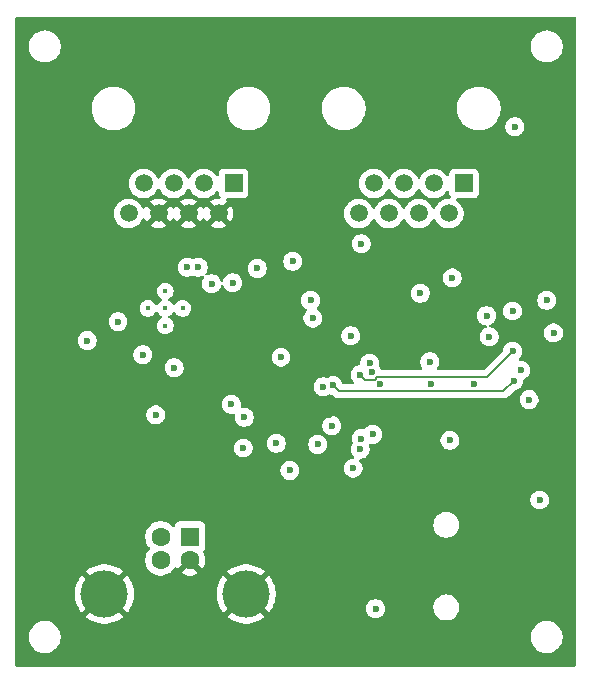
<source format=gbr>
%TF.GenerationSoftware,KiCad,Pcbnew,9.0.7*%
%TF.CreationDate,2026-01-18T11:35:39-05:00*%
%TF.ProjectId,digirig_icom,64696769-7269-4675-9f69-636f6d2e6b69,rev?*%
%TF.SameCoordinates,Original*%
%TF.FileFunction,Copper,L2,Inr*%
%TF.FilePolarity,Positive*%
%FSLAX46Y46*%
G04 Gerber Fmt 4.6, Leading zero omitted, Abs format (unit mm)*
G04 Created by KiCad (PCBNEW 9.0.7) date 2026-01-18 11:35:39*
%MOMM*%
%LPD*%
G01*
G04 APERTURE LIST*
%TA.AperFunction,ComponentPad*%
%ADD10R,1.500000X1.500000*%
%TD*%
%TA.AperFunction,ComponentPad*%
%ADD11C,1.500000*%
%TD*%
%TA.AperFunction,ComponentPad*%
%ADD12C,0.400000*%
%TD*%
%TA.AperFunction,ComponentPad*%
%ADD13R,1.600000X1.600000*%
%TD*%
%TA.AperFunction,ComponentPad*%
%ADD14C,1.600000*%
%TD*%
%TA.AperFunction,ComponentPad*%
%ADD15C,4.000000*%
%TD*%
%TA.AperFunction,ViaPad*%
%ADD16C,0.600000*%
%TD*%
%TA.AperFunction,Conductor*%
%ADD17C,0.200000*%
%TD*%
G04 APERTURE END LIST*
D10*
%TO.N,/DATA_H*%
%TO.C,J2*%
X50480000Y-26600000D03*
D11*
%TO.N,/H_GND*%
X49210000Y-29140000D03*
%TO.N,/MIC_H*%
X47940000Y-26600000D03*
%TO.N,/H_GND*%
X46670000Y-29140000D03*
%TO.N,/PTT_H*%
X45400000Y-26600000D03*
%TO.N,/M8V_SW_H*%
X44130000Y-29140000D03*
%TO.N,/MIC_UD_H*%
X42860000Y-26600000D03*
%TO.N,+8V*%
X41590000Y-29140000D03*
%TD*%
D10*
%TO.N,/DATA_RADIO*%
%TO.C,J1*%
X30980000Y-26600000D03*
D11*
%TO.N,GND*%
X29710000Y-29140000D03*
%TO.N,/MIC_RADIO*%
X28440000Y-26600000D03*
%TO.N,GND*%
X27170000Y-29140000D03*
%TO.N,/PTT_RADIO*%
X25900000Y-26600000D03*
%TO.N,GND*%
X24630000Y-29140000D03*
%TO.N,/MIC_UD_RADIO*%
X23360000Y-26600000D03*
%TO.N,+8V*%
X22090000Y-29140000D03*
%TD*%
D12*
%TO.N,N/C*%
%TO.C,U1*%
X25200000Y-37175000D03*
X26675000Y-37175000D03*
X25200000Y-38650000D03*
X23725000Y-37175000D03*
X25200000Y-35700000D03*
%TD*%
D13*
%TO.N,+5V*%
%TO.C,J3*%
X27300000Y-56500000D03*
D14*
%TO.N,Net-(J3-D-)*%
X24800000Y-56500000D03*
%TO.N,Net-(J3-D+)*%
X24800000Y-58500000D03*
%TO.N,GND*%
X27300000Y-58500000D03*
D15*
X32050000Y-61360000D03*
X20050000Y-61360000D03*
%TD*%
D16*
%TO.N,+3V3*%
X38100000Y-48700000D03*
X23300000Y-41100000D03*
X24400000Y-46200000D03*
X57500000Y-36500000D03*
X25950000Y-42200000D03*
X34600000Y-48600000D03*
X31800000Y-49000000D03*
X41100000Y-50700000D03*
X29120000Y-35100000D03*
X35000000Y-41300000D03*
X37500000Y-36500000D03*
X38587500Y-43812500D03*
X31900000Y-46400000D03*
%TO.N,GND*%
X53200000Y-36000000D03*
X21100000Y-52000000D03*
X34500000Y-31200000D03*
X33500000Y-50600000D03*
X25200000Y-47300000D03*
X55100000Y-33300000D03*
X52450000Y-48250000D03*
X26300000Y-63600000D03*
X47700000Y-38100000D03*
X50600000Y-45700000D03*
X25000000Y-32300000D03*
X48900000Y-41600000D03*
X14900000Y-57300000D03*
X46200000Y-18100000D03*
X43400000Y-43600000D03*
X20200000Y-46400000D03*
X33300000Y-51500000D03*
X45200000Y-52700000D03*
X32000000Y-40000000D03*
X24850000Y-40750000D03*
X26800000Y-16800000D03*
X38700000Y-28900000D03*
X58300000Y-24900000D03*
X58200000Y-53100000D03*
X35300000Y-39500000D03*
X35800000Y-61600000D03*
X36900000Y-26900000D03*
X34900000Y-46200000D03*
X49200000Y-49700000D03*
X21200000Y-26900000D03*
X28000000Y-51500000D03*
X37000000Y-44100000D03*
X47700000Y-43600000D03*
X15300000Y-23500000D03*
X39100000Y-46200000D03*
X29800000Y-47000000D03*
X47000000Y-37200000D03*
X33000000Y-29000000D03*
X51350327Y-43562108D03*
%TO.N,/DVDD*%
X42750000Y-47850000D03*
X35750000Y-50900000D03*
%TO.N,/LOL*%
X30900000Y-35000000D03*
X21200000Y-38300000D03*
%TO.N,Net-(C16-Pad2)*%
X33000000Y-33800000D03*
X36000000Y-33200000D03*
%TO.N,/SCL*%
X41800000Y-48200000D03*
X27990000Y-33700000D03*
%TO.N,/SDA*%
X27063514Y-33700000D03*
X41700000Y-49100000D03*
%TO.N,/S4*%
X40900000Y-39500000D03*
X42500000Y-41800000D03*
%TO.N,/S3*%
X42700000Y-42600000D03*
X55300000Y-42400000D03*
%TO.N,/S2*%
X39400000Y-43700000D03*
X54700000Y-43300000D03*
%TO.N,/S1*%
X54600000Y-40800000D03*
X41700000Y-42800000D03*
%TO.N,/PTT_RADIO*%
X52634857Y-39581158D03*
%TO.N,/MIC_RADIO*%
X54600000Y-37400000D03*
%TO.N,/DATA_RADIO*%
X47600000Y-41700000D03*
%TO.N,/PTT_H*%
X58071500Y-39256854D03*
X56000000Y-44900000D03*
%TO.N,/MIC_H*%
X54800000Y-21800000D03*
%TO.N,/DATA_H*%
X46800000Y-35900000D03*
X52400000Y-37800000D03*
%TO.N,/M8V_SW_H*%
X39300000Y-47100000D03*
%TO.N,/MIC_MCU*%
X41800000Y-31700000D03*
X49500000Y-34600000D03*
%TO.N,/MIC_UD_MCU*%
X37700000Y-38000000D03*
X49300000Y-48350000D03*
%TO.N,Net-(CON2-R)*%
X43000000Y-62600000D03*
X18600000Y-39900000D03*
%TO.N,/LED*%
X30800000Y-45300000D03*
X56900000Y-53400000D03*
%TD*%
D17*
%TO.N,/S2*%
X39400000Y-43700000D02*
X39901000Y-44201000D01*
X39901000Y-44201000D02*
X53799000Y-44201000D01*
X53799000Y-44201000D02*
X54700000Y-43300000D01*
%TO.N,/S1*%
X41700000Y-42800000D02*
X42101000Y-43201000D01*
X42948943Y-43201000D02*
X43150943Y-42999000D01*
X42101000Y-43201000D02*
X42948943Y-43201000D01*
X52401000Y-42999000D02*
X54600000Y-40800000D01*
X43150943Y-42999000D02*
X52401000Y-42999000D01*
%TD*%
%TA.AperFunction,Conductor*%
%TO.N,GND*%
G36*
X59942539Y-12520185D02*
G01*
X59988294Y-12572989D01*
X59999500Y-12624500D01*
X59999500Y-67375500D01*
X59979815Y-67442539D01*
X59927011Y-67488294D01*
X59875500Y-67499500D01*
X12624500Y-67499500D01*
X12557461Y-67479815D01*
X12511706Y-67427011D01*
X12500500Y-67375500D01*
X12500500Y-64893713D01*
X13649500Y-64893713D01*
X13649500Y-65106286D01*
X13682753Y-65316239D01*
X13748444Y-65518414D01*
X13844951Y-65707820D01*
X13969890Y-65879786D01*
X14120213Y-66030109D01*
X14292179Y-66155048D01*
X14292181Y-66155049D01*
X14292184Y-66155051D01*
X14481588Y-66251557D01*
X14683757Y-66317246D01*
X14893713Y-66350500D01*
X14893714Y-66350500D01*
X15106286Y-66350500D01*
X15106287Y-66350500D01*
X15316243Y-66317246D01*
X15518412Y-66251557D01*
X15707816Y-66155051D01*
X15729789Y-66139086D01*
X15879786Y-66030109D01*
X15879788Y-66030106D01*
X15879792Y-66030104D01*
X16030104Y-65879792D01*
X16030106Y-65879788D01*
X16030109Y-65879786D01*
X16155048Y-65707820D01*
X16155047Y-65707820D01*
X16155051Y-65707816D01*
X16251557Y-65518412D01*
X16317246Y-65316243D01*
X16350500Y-65106287D01*
X16350500Y-64893713D01*
X56149500Y-64893713D01*
X56149500Y-65106286D01*
X56182753Y-65316239D01*
X56248444Y-65518414D01*
X56344951Y-65707820D01*
X56469890Y-65879786D01*
X56620213Y-66030109D01*
X56792179Y-66155048D01*
X56792181Y-66155049D01*
X56792184Y-66155051D01*
X56981588Y-66251557D01*
X57183757Y-66317246D01*
X57393713Y-66350500D01*
X57393714Y-66350500D01*
X57606286Y-66350500D01*
X57606287Y-66350500D01*
X57816243Y-66317246D01*
X58018412Y-66251557D01*
X58207816Y-66155051D01*
X58229789Y-66139086D01*
X58379786Y-66030109D01*
X58379788Y-66030106D01*
X58379792Y-66030104D01*
X58530104Y-65879792D01*
X58530106Y-65879788D01*
X58530109Y-65879786D01*
X58655048Y-65707820D01*
X58655047Y-65707820D01*
X58655051Y-65707816D01*
X58751557Y-65518412D01*
X58817246Y-65316243D01*
X58850500Y-65106287D01*
X58850500Y-64893713D01*
X58817246Y-64683757D01*
X58751557Y-64481588D01*
X58655051Y-64292184D01*
X58655049Y-64292181D01*
X58655048Y-64292179D01*
X58530109Y-64120213D01*
X58379786Y-63969890D01*
X58207820Y-63844951D01*
X58018414Y-63748444D01*
X58018413Y-63748443D01*
X58018412Y-63748443D01*
X57816243Y-63682754D01*
X57816241Y-63682753D01*
X57816240Y-63682753D01*
X57654957Y-63657208D01*
X57606287Y-63649500D01*
X57393713Y-63649500D01*
X57345042Y-63657208D01*
X57183760Y-63682753D01*
X56981585Y-63748444D01*
X56792179Y-63844951D01*
X56620213Y-63969890D01*
X56469890Y-64120213D01*
X56344951Y-64292179D01*
X56248444Y-64481585D01*
X56182753Y-64683760D01*
X56149500Y-64893713D01*
X16350500Y-64893713D01*
X16317246Y-64683757D01*
X16251557Y-64481588D01*
X16155051Y-64292184D01*
X16155049Y-64292181D01*
X16155048Y-64292179D01*
X16030109Y-64120213D01*
X15879786Y-63969890D01*
X15707820Y-63844951D01*
X15518414Y-63748444D01*
X15518413Y-63748443D01*
X15518412Y-63748443D01*
X15316243Y-63682754D01*
X15316241Y-63682753D01*
X15316240Y-63682753D01*
X15154957Y-63657208D01*
X15106287Y-63649500D01*
X14893713Y-63649500D01*
X14845042Y-63657208D01*
X14683760Y-63682753D01*
X14481585Y-63748444D01*
X14292179Y-63844951D01*
X14120213Y-63969890D01*
X13969890Y-64120213D01*
X13844951Y-64292179D01*
X13748444Y-64481585D01*
X13682753Y-64683760D01*
X13649500Y-64893713D01*
X12500500Y-64893713D01*
X12500500Y-61219598D01*
X17550000Y-61219598D01*
X17550000Y-61500401D01*
X17581437Y-61779412D01*
X17581439Y-61779424D01*
X17643921Y-62053178D01*
X17643922Y-62053180D01*
X17736662Y-62318217D01*
X17858492Y-62571200D01*
X18007884Y-62808956D01*
X18114187Y-62942257D01*
X19077912Y-61978532D01*
X19172829Y-62109175D01*
X19300825Y-62237171D01*
X19431466Y-62332086D01*
X18467741Y-63295810D01*
X18467741Y-63295811D01*
X18601043Y-63402115D01*
X18838799Y-63551507D01*
X19091782Y-63673337D01*
X19356819Y-63766077D01*
X19356821Y-63766078D01*
X19630575Y-63828560D01*
X19630587Y-63828562D01*
X19909598Y-63859999D01*
X19909600Y-63860000D01*
X20190400Y-63860000D01*
X20190401Y-63859999D01*
X20469412Y-63828562D01*
X20469424Y-63828560D01*
X20743178Y-63766078D01*
X20743180Y-63766077D01*
X21008217Y-63673337D01*
X21261200Y-63551507D01*
X21498956Y-63402116D01*
X21632257Y-63295810D01*
X20668533Y-62332086D01*
X20799175Y-62237171D01*
X20927171Y-62109175D01*
X21022086Y-61978533D01*
X21985810Y-62942257D01*
X22092116Y-62808956D01*
X22241507Y-62571200D01*
X22363337Y-62318217D01*
X22456077Y-62053180D01*
X22456078Y-62053178D01*
X22518560Y-61779424D01*
X22518562Y-61779412D01*
X22549999Y-61500401D01*
X22550000Y-61500399D01*
X22550000Y-61219600D01*
X22549999Y-61219598D01*
X29550000Y-61219598D01*
X29550000Y-61500401D01*
X29581437Y-61779412D01*
X29581439Y-61779424D01*
X29643921Y-62053178D01*
X29643922Y-62053180D01*
X29736662Y-62318217D01*
X29858492Y-62571200D01*
X30007884Y-62808956D01*
X30114187Y-62942257D01*
X31077912Y-61978532D01*
X31172829Y-62109175D01*
X31300825Y-62237171D01*
X31431466Y-62332086D01*
X30467741Y-63295810D01*
X30467741Y-63295811D01*
X30601043Y-63402115D01*
X30838799Y-63551507D01*
X31091782Y-63673337D01*
X31356819Y-63766077D01*
X31356821Y-63766078D01*
X31630575Y-63828560D01*
X31630587Y-63828562D01*
X31909598Y-63859999D01*
X31909600Y-63860000D01*
X32190400Y-63860000D01*
X32190401Y-63859999D01*
X32469412Y-63828562D01*
X32469424Y-63828560D01*
X32743178Y-63766078D01*
X32743180Y-63766077D01*
X33008217Y-63673337D01*
X33261200Y-63551507D01*
X33498956Y-63402116D01*
X33632257Y-63295810D01*
X32668533Y-62332086D01*
X32799175Y-62237171D01*
X32927171Y-62109175D01*
X33022086Y-61978533D01*
X33985810Y-62942257D01*
X34092116Y-62808956D01*
X34241507Y-62571200D01*
X34265609Y-62521153D01*
X42199500Y-62521153D01*
X42199500Y-62678846D01*
X42230261Y-62833489D01*
X42230264Y-62833501D01*
X42290602Y-62979172D01*
X42290609Y-62979185D01*
X42378210Y-63110288D01*
X42378213Y-63110292D01*
X42489707Y-63221786D01*
X42489711Y-63221789D01*
X42620814Y-63309390D01*
X42620827Y-63309397D01*
X42693296Y-63339414D01*
X42766503Y-63369737D01*
X42921153Y-63400499D01*
X42921156Y-63400500D01*
X42921158Y-63400500D01*
X43078844Y-63400500D01*
X43078845Y-63400499D01*
X43233497Y-63369737D01*
X43379179Y-63309394D01*
X43510289Y-63221789D01*
X43621789Y-63110289D01*
X43709394Y-62979179D01*
X43769737Y-62833497D01*
X43800500Y-62678842D01*
X43800500Y-62521158D01*
X43800500Y-62521155D01*
X43800499Y-62521153D01*
X43782907Y-62432708D01*
X43779064Y-62413389D01*
X47899500Y-62413389D01*
X47899500Y-62586610D01*
X47914108Y-62678846D01*
X47926598Y-62757701D01*
X47980127Y-62922445D01*
X48058768Y-63076788D01*
X48160586Y-63216928D01*
X48283072Y-63339414D01*
X48423212Y-63441232D01*
X48577555Y-63519873D01*
X48742299Y-63573402D01*
X48913389Y-63600500D01*
X48913390Y-63600500D01*
X49086610Y-63600500D01*
X49086611Y-63600500D01*
X49257701Y-63573402D01*
X49422445Y-63519873D01*
X49576788Y-63441232D01*
X49716928Y-63339414D01*
X49839414Y-63216928D01*
X49941232Y-63076788D01*
X50019873Y-62922445D01*
X50073402Y-62757701D01*
X50100500Y-62586611D01*
X50100500Y-62413389D01*
X50073402Y-62242299D01*
X50019873Y-62077555D01*
X49941232Y-61923212D01*
X49839414Y-61783072D01*
X49716928Y-61660586D01*
X49576788Y-61558768D01*
X49422445Y-61480127D01*
X49257701Y-61426598D01*
X49257699Y-61426597D01*
X49257698Y-61426597D01*
X49126271Y-61405781D01*
X49086611Y-61399500D01*
X48913389Y-61399500D01*
X48873728Y-61405781D01*
X48742302Y-61426597D01*
X48577552Y-61480128D01*
X48423211Y-61558768D01*
X48343256Y-61616859D01*
X48283072Y-61660586D01*
X48283070Y-61660588D01*
X48283069Y-61660588D01*
X48160588Y-61783069D01*
X48160588Y-61783070D01*
X48160586Y-61783072D01*
X48147236Y-61801447D01*
X48058768Y-61923211D01*
X47980128Y-62077552D01*
X47926597Y-62242302D01*
X47899500Y-62413389D01*
X43779064Y-62413389D01*
X43769738Y-62366508D01*
X43769737Y-62366507D01*
X43769737Y-62366503D01*
X43760237Y-62343568D01*
X43709397Y-62220827D01*
X43709390Y-62220814D01*
X43621789Y-62089711D01*
X43621786Y-62089707D01*
X43510292Y-61978213D01*
X43510288Y-61978210D01*
X43379185Y-61890609D01*
X43379172Y-61890602D01*
X43233501Y-61830264D01*
X43233489Y-61830261D01*
X43078845Y-61799500D01*
X43078842Y-61799500D01*
X42921158Y-61799500D01*
X42921155Y-61799500D01*
X42766510Y-61830261D01*
X42766498Y-61830264D01*
X42620827Y-61890602D01*
X42620814Y-61890609D01*
X42489711Y-61978210D01*
X42489707Y-61978213D01*
X42378213Y-62089707D01*
X42378210Y-62089711D01*
X42290609Y-62220814D01*
X42290602Y-62220827D01*
X42230264Y-62366498D01*
X42230261Y-62366510D01*
X42199500Y-62521153D01*
X34265609Y-62521153D01*
X34294450Y-62461264D01*
X34363337Y-62318217D01*
X34456077Y-62053180D01*
X34456078Y-62053178D01*
X34518560Y-61779424D01*
X34518562Y-61779412D01*
X34549999Y-61500401D01*
X34550000Y-61500399D01*
X34550000Y-61219600D01*
X34549999Y-61219598D01*
X34518562Y-60940587D01*
X34518560Y-60940575D01*
X34456078Y-60666821D01*
X34456077Y-60666819D01*
X34363337Y-60401782D01*
X34241507Y-60148799D01*
X34092115Y-59911043D01*
X33985810Y-59777741D01*
X33022086Y-60741465D01*
X32927171Y-60610825D01*
X32799175Y-60482829D01*
X32668533Y-60387912D01*
X33632257Y-59424187D01*
X33498956Y-59317884D01*
X33261200Y-59168492D01*
X33008217Y-59046662D01*
X32743180Y-58953922D01*
X32743178Y-58953921D01*
X32469424Y-58891439D01*
X32469412Y-58891437D01*
X32190401Y-58860000D01*
X31909598Y-58860000D01*
X31630587Y-58891437D01*
X31630575Y-58891439D01*
X31356821Y-58953921D01*
X31356819Y-58953922D01*
X31091782Y-59046662D01*
X30838799Y-59168492D01*
X30601043Y-59317884D01*
X30467741Y-59424187D01*
X31431466Y-60387912D01*
X31300825Y-60482829D01*
X31172829Y-60610825D01*
X31077912Y-60741466D01*
X30114187Y-59777741D01*
X30007884Y-59911043D01*
X29858492Y-60148799D01*
X29736662Y-60401782D01*
X29643922Y-60666819D01*
X29643921Y-60666821D01*
X29581439Y-60940575D01*
X29581437Y-60940587D01*
X29550000Y-61219598D01*
X22549999Y-61219598D01*
X22518562Y-60940587D01*
X22518560Y-60940575D01*
X22456078Y-60666821D01*
X22456077Y-60666819D01*
X22363337Y-60401782D01*
X22241507Y-60148799D01*
X22092115Y-59911043D01*
X21985810Y-59777741D01*
X21022086Y-60741465D01*
X20927171Y-60610825D01*
X20799175Y-60482829D01*
X20668533Y-60387912D01*
X21632257Y-59424187D01*
X21498956Y-59317884D01*
X21261200Y-59168492D01*
X21008217Y-59046662D01*
X20743180Y-58953922D01*
X20743178Y-58953921D01*
X20469424Y-58891439D01*
X20469412Y-58891437D01*
X20190401Y-58860000D01*
X19909598Y-58860000D01*
X19630587Y-58891437D01*
X19630575Y-58891439D01*
X19356821Y-58953921D01*
X19356819Y-58953922D01*
X19091782Y-59046662D01*
X18838799Y-59168492D01*
X18601043Y-59317884D01*
X18467741Y-59424187D01*
X19431466Y-60387912D01*
X19300825Y-60482829D01*
X19172829Y-60610825D01*
X19077912Y-60741466D01*
X18114187Y-59777741D01*
X18007884Y-59911043D01*
X17858492Y-60148799D01*
X17736662Y-60401782D01*
X17643922Y-60666819D01*
X17643921Y-60666821D01*
X17581439Y-60940575D01*
X17581437Y-60940587D01*
X17550000Y-61219598D01*
X12500500Y-61219598D01*
X12500500Y-56397648D01*
X23499500Y-56397648D01*
X23499500Y-56602351D01*
X23531522Y-56804534D01*
X23594781Y-56999223D01*
X23687715Y-57181613D01*
X23808028Y-57347213D01*
X23873134Y-57412319D01*
X23906619Y-57473642D01*
X23901635Y-57543334D01*
X23873134Y-57587681D01*
X23808032Y-57652782D01*
X23808028Y-57652786D01*
X23687715Y-57818386D01*
X23594781Y-58000776D01*
X23531522Y-58195465D01*
X23499500Y-58397648D01*
X23499500Y-58602351D01*
X23531522Y-58804534D01*
X23594781Y-58999223D01*
X23637248Y-59082567D01*
X23687585Y-59181359D01*
X23687715Y-59181613D01*
X23808028Y-59347213D01*
X23952786Y-59491971D01*
X24073226Y-59579474D01*
X24118390Y-59612287D01*
X24234607Y-59671503D01*
X24300776Y-59705218D01*
X24300778Y-59705218D01*
X24300781Y-59705220D01*
X24405137Y-59739127D01*
X24495465Y-59768477D01*
X24596557Y-59784488D01*
X24697648Y-59800500D01*
X24697649Y-59800500D01*
X24902351Y-59800500D01*
X24902352Y-59800500D01*
X25104534Y-59768477D01*
X25299219Y-59705220D01*
X25481610Y-59612287D01*
X25574590Y-59544732D01*
X25647213Y-59491971D01*
X25647215Y-59491968D01*
X25647219Y-59491966D01*
X25791966Y-59347219D01*
X25791968Y-59347215D01*
X25791971Y-59347213D01*
X25912286Y-59181611D01*
X25912415Y-59181359D01*
X25939795Y-59127621D01*
X25987769Y-59076826D01*
X26055589Y-59060030D01*
X26121725Y-59082567D01*
X26160765Y-59127621D01*
X26188141Y-59181350D01*
X26188147Y-59181359D01*
X26220523Y-59225921D01*
X26220524Y-59225922D01*
X26837449Y-58608996D01*
X26857370Y-58683343D01*
X26919905Y-58791657D01*
X27008343Y-58880095D01*
X27116657Y-58942630D01*
X27191002Y-58962550D01*
X26574076Y-59579474D01*
X26618650Y-59611859D01*
X26800968Y-59704755D01*
X26995582Y-59767990D01*
X27197683Y-59800000D01*
X27402317Y-59800000D01*
X27604417Y-59767990D01*
X27799031Y-59704755D01*
X27981349Y-59611859D01*
X28025921Y-59579474D01*
X28025922Y-59579474D01*
X28006763Y-59560315D01*
X27408997Y-58962550D01*
X27483343Y-58942630D01*
X27591657Y-58880095D01*
X27680095Y-58791657D01*
X27742630Y-58683343D01*
X27762550Y-58608997D01*
X28379474Y-59225921D01*
X28411859Y-59181349D01*
X28504755Y-58999031D01*
X28567990Y-58804417D01*
X28600000Y-58602317D01*
X28600000Y-58397682D01*
X28567990Y-58195582D01*
X28504755Y-58000968D01*
X28412441Y-57819792D01*
X28399545Y-57751123D01*
X28425821Y-57686382D01*
X28448611Y-57664234D01*
X28457546Y-57657546D01*
X28543796Y-57542331D01*
X28594091Y-57407483D01*
X28600500Y-57347873D01*
X28600499Y-55652128D01*
X28594091Y-55592517D01*
X28591888Y-55586611D01*
X28543797Y-55457671D01*
X28543793Y-55457664D01*
X28510649Y-55413389D01*
X47899500Y-55413389D01*
X47899500Y-55586611D01*
X47926598Y-55757701D01*
X47980127Y-55922445D01*
X48058768Y-56076788D01*
X48160586Y-56216928D01*
X48283072Y-56339414D01*
X48423212Y-56441232D01*
X48577555Y-56519873D01*
X48742299Y-56573402D01*
X48913389Y-56600500D01*
X48913390Y-56600500D01*
X49086610Y-56600500D01*
X49086611Y-56600500D01*
X49257701Y-56573402D01*
X49422445Y-56519873D01*
X49576788Y-56441232D01*
X49716928Y-56339414D01*
X49839414Y-56216928D01*
X49941232Y-56076788D01*
X50019873Y-55922445D01*
X50073402Y-55757701D01*
X50100500Y-55586611D01*
X50100500Y-55413389D01*
X50073402Y-55242299D01*
X50019873Y-55077555D01*
X49941232Y-54923212D01*
X49839414Y-54783072D01*
X49716928Y-54660586D01*
X49576788Y-54558768D01*
X49422445Y-54480127D01*
X49257701Y-54426598D01*
X49257699Y-54426597D01*
X49257698Y-54426597D01*
X49126271Y-54405781D01*
X49086611Y-54399500D01*
X48913389Y-54399500D01*
X48873728Y-54405781D01*
X48742302Y-54426597D01*
X48577552Y-54480128D01*
X48423211Y-54558768D01*
X48343256Y-54616859D01*
X48283072Y-54660586D01*
X48283070Y-54660588D01*
X48283069Y-54660588D01*
X48160588Y-54783069D01*
X48160588Y-54783070D01*
X48160586Y-54783072D01*
X48116859Y-54843256D01*
X48058768Y-54923211D01*
X47980128Y-55077552D01*
X47926597Y-55242302D01*
X47910735Y-55342452D01*
X47899500Y-55413389D01*
X28510649Y-55413389D01*
X28457547Y-55342455D01*
X28457544Y-55342452D01*
X28342335Y-55256206D01*
X28342328Y-55256202D01*
X28207482Y-55205908D01*
X28207483Y-55205908D01*
X28147883Y-55199501D01*
X28147881Y-55199500D01*
X28147873Y-55199500D01*
X28147864Y-55199500D01*
X26452129Y-55199500D01*
X26452123Y-55199501D01*
X26392516Y-55205908D01*
X26257671Y-55256202D01*
X26257664Y-55256206D01*
X26142455Y-55342452D01*
X26142452Y-55342455D01*
X26056206Y-55457664D01*
X26056202Y-55457671D01*
X26005908Y-55592517D01*
X26004603Y-55598042D01*
X25970028Y-55658757D01*
X25908116Y-55691141D01*
X25838525Y-55684912D01*
X25796613Y-55655023D01*
X25795411Y-55656226D01*
X25647213Y-55508028D01*
X25481613Y-55387715D01*
X25481612Y-55387714D01*
X25481610Y-55387713D01*
X25424653Y-55358691D01*
X25299223Y-55294781D01*
X25104534Y-55231522D01*
X24929995Y-55203878D01*
X24902352Y-55199500D01*
X24697648Y-55199500D01*
X24673329Y-55203351D01*
X24495465Y-55231522D01*
X24300776Y-55294781D01*
X24118386Y-55387715D01*
X23952786Y-55508028D01*
X23808028Y-55652786D01*
X23687715Y-55818386D01*
X23594781Y-56000776D01*
X23531522Y-56195465D01*
X23499500Y-56397648D01*
X12500500Y-56397648D01*
X12500500Y-53321153D01*
X56099500Y-53321153D01*
X56099500Y-53478846D01*
X56130261Y-53633489D01*
X56130264Y-53633501D01*
X56190602Y-53779172D01*
X56190609Y-53779185D01*
X56278210Y-53910288D01*
X56278213Y-53910292D01*
X56389707Y-54021786D01*
X56389711Y-54021789D01*
X56520814Y-54109390D01*
X56520827Y-54109397D01*
X56666498Y-54169735D01*
X56666503Y-54169737D01*
X56821153Y-54200499D01*
X56821156Y-54200500D01*
X56821158Y-54200500D01*
X56978844Y-54200500D01*
X56978845Y-54200499D01*
X57133497Y-54169737D01*
X57279179Y-54109394D01*
X57410289Y-54021789D01*
X57521789Y-53910289D01*
X57609394Y-53779179D01*
X57669737Y-53633497D01*
X57700500Y-53478842D01*
X57700500Y-53321158D01*
X57700500Y-53321155D01*
X57700499Y-53321153D01*
X57669738Y-53166510D01*
X57669737Y-53166503D01*
X57669735Y-53166498D01*
X57609397Y-53020827D01*
X57609390Y-53020814D01*
X57521789Y-52889711D01*
X57521786Y-52889707D01*
X57410292Y-52778213D01*
X57410288Y-52778210D01*
X57279185Y-52690609D01*
X57279172Y-52690602D01*
X57133501Y-52630264D01*
X57133489Y-52630261D01*
X56978845Y-52599500D01*
X56978842Y-52599500D01*
X56821158Y-52599500D01*
X56821155Y-52599500D01*
X56666510Y-52630261D01*
X56666498Y-52630264D01*
X56520827Y-52690602D01*
X56520814Y-52690609D01*
X56389711Y-52778210D01*
X56389707Y-52778213D01*
X56278213Y-52889707D01*
X56278210Y-52889711D01*
X56190609Y-53020814D01*
X56190602Y-53020827D01*
X56130264Y-53166498D01*
X56130261Y-53166510D01*
X56099500Y-53321153D01*
X12500500Y-53321153D01*
X12500500Y-50821153D01*
X34949500Y-50821153D01*
X34949500Y-50978846D01*
X34980261Y-51133489D01*
X34980264Y-51133501D01*
X35040602Y-51279172D01*
X35040609Y-51279185D01*
X35128210Y-51410288D01*
X35128213Y-51410292D01*
X35239707Y-51521786D01*
X35239711Y-51521789D01*
X35370814Y-51609390D01*
X35370827Y-51609397D01*
X35516498Y-51669735D01*
X35516503Y-51669737D01*
X35671153Y-51700499D01*
X35671156Y-51700500D01*
X35671158Y-51700500D01*
X35828844Y-51700500D01*
X35828845Y-51700499D01*
X35983497Y-51669737D01*
X36129179Y-51609394D01*
X36260289Y-51521789D01*
X36371789Y-51410289D01*
X36459394Y-51279179D01*
X36519737Y-51133497D01*
X36550500Y-50978842D01*
X36550500Y-50821158D01*
X36550500Y-50821155D01*
X36550499Y-50821153D01*
X36519737Y-50666503D01*
X36500955Y-50621158D01*
X36500953Y-50621153D01*
X40299500Y-50621153D01*
X40299500Y-50778846D01*
X40330261Y-50933489D01*
X40330264Y-50933501D01*
X40390602Y-51079172D01*
X40390609Y-51079185D01*
X40478210Y-51210288D01*
X40478213Y-51210292D01*
X40589707Y-51321786D01*
X40589711Y-51321789D01*
X40720814Y-51409390D01*
X40720827Y-51409397D01*
X40866498Y-51469735D01*
X40866503Y-51469737D01*
X41021153Y-51500499D01*
X41021156Y-51500500D01*
X41021158Y-51500500D01*
X41178844Y-51500500D01*
X41178845Y-51500499D01*
X41333497Y-51469737D01*
X41479179Y-51409394D01*
X41610289Y-51321789D01*
X41721789Y-51210289D01*
X41809394Y-51079179D01*
X41869737Y-50933497D01*
X41900500Y-50778842D01*
X41900500Y-50621158D01*
X41900500Y-50621155D01*
X41900499Y-50621153D01*
X41880543Y-50520827D01*
X41869737Y-50466503D01*
X41837929Y-50389711D01*
X41809397Y-50320827D01*
X41809390Y-50320814D01*
X41721789Y-50189711D01*
X41721786Y-50189707D01*
X41644260Y-50112181D01*
X41610775Y-50050858D01*
X41615759Y-49981166D01*
X41657631Y-49925233D01*
X41723095Y-49900816D01*
X41731941Y-49900500D01*
X41778844Y-49900500D01*
X41778845Y-49900499D01*
X41933497Y-49869737D01*
X42079179Y-49809394D01*
X42210289Y-49721789D01*
X42321789Y-49610289D01*
X42409394Y-49479179D01*
X42469737Y-49333497D01*
X42500500Y-49178842D01*
X42500500Y-49021158D01*
X42500500Y-49021155D01*
X42500499Y-49021153D01*
X42483061Y-48933489D01*
X42469737Y-48866503D01*
X42442923Y-48801770D01*
X42435455Y-48732301D01*
X42466730Y-48669822D01*
X42526819Y-48634170D01*
X42581677Y-48632701D01*
X42671155Y-48650500D01*
X42671158Y-48650500D01*
X42828844Y-48650500D01*
X42828845Y-48650499D01*
X42983497Y-48619737D01*
X43129179Y-48559394D01*
X43260289Y-48471789D01*
X43371789Y-48360289D01*
X43431348Y-48271153D01*
X48499500Y-48271153D01*
X48499500Y-48428846D01*
X48530261Y-48583489D01*
X48530264Y-48583501D01*
X48590602Y-48729172D01*
X48590609Y-48729185D01*
X48678210Y-48860288D01*
X48678213Y-48860292D01*
X48789707Y-48971786D01*
X48789711Y-48971789D01*
X48920814Y-49059390D01*
X48920827Y-49059397D01*
X49066498Y-49119735D01*
X49066503Y-49119737D01*
X49221153Y-49150499D01*
X49221156Y-49150500D01*
X49221158Y-49150500D01*
X49378844Y-49150500D01*
X49378845Y-49150499D01*
X49533497Y-49119737D01*
X49679179Y-49059394D01*
X49810289Y-48971789D01*
X49921789Y-48860289D01*
X50009394Y-48729179D01*
X50012311Y-48722138D01*
X50054137Y-48621158D01*
X50069737Y-48583497D01*
X50100500Y-48428842D01*
X50100500Y-48271158D01*
X50100500Y-48271155D01*
X50100499Y-48271153D01*
X50069738Y-48116510D01*
X50069737Y-48116503D01*
X50069735Y-48116498D01*
X50009397Y-47970827D01*
X50009390Y-47970814D01*
X49921789Y-47839711D01*
X49921786Y-47839707D01*
X49810292Y-47728213D01*
X49810288Y-47728210D01*
X49679185Y-47640609D01*
X49679172Y-47640602D01*
X49533501Y-47580264D01*
X49533489Y-47580261D01*
X49378845Y-47549500D01*
X49378842Y-47549500D01*
X49221158Y-47549500D01*
X49221155Y-47549500D01*
X49066510Y-47580261D01*
X49066498Y-47580264D01*
X48920827Y-47640602D01*
X48920814Y-47640609D01*
X48789711Y-47728210D01*
X48789707Y-47728213D01*
X48678213Y-47839707D01*
X48678210Y-47839711D01*
X48590609Y-47970814D01*
X48590602Y-47970827D01*
X48530264Y-48116498D01*
X48530261Y-48116510D01*
X48499500Y-48271153D01*
X43431348Y-48271153D01*
X43459394Y-48229179D01*
X43519737Y-48083497D01*
X43550500Y-47928842D01*
X43550500Y-47771158D01*
X43550500Y-47771155D01*
X43550499Y-47771153D01*
X43524531Y-47640606D01*
X43519737Y-47616503D01*
X43517163Y-47610288D01*
X43459397Y-47470827D01*
X43459390Y-47470814D01*
X43371789Y-47339711D01*
X43371786Y-47339707D01*
X43260292Y-47228213D01*
X43260288Y-47228210D01*
X43129185Y-47140609D01*
X43129172Y-47140602D01*
X42983501Y-47080264D01*
X42983489Y-47080261D01*
X42828845Y-47049500D01*
X42828842Y-47049500D01*
X42671158Y-47049500D01*
X42671155Y-47049500D01*
X42516510Y-47080261D01*
X42516498Y-47080264D01*
X42370827Y-47140602D01*
X42370814Y-47140609D01*
X42239711Y-47228210D01*
X42239707Y-47228213D01*
X42128213Y-47339707D01*
X42128211Y-47339710D01*
X42109722Y-47367380D01*
X42056108Y-47412184D01*
X41986783Y-47420890D01*
X41982430Y-47420104D01*
X41878846Y-47399500D01*
X41878842Y-47399500D01*
X41721158Y-47399500D01*
X41721155Y-47399500D01*
X41566510Y-47430261D01*
X41566498Y-47430264D01*
X41420827Y-47490602D01*
X41420814Y-47490609D01*
X41289711Y-47578210D01*
X41289707Y-47578213D01*
X41178213Y-47689707D01*
X41178210Y-47689711D01*
X41090609Y-47820814D01*
X41090602Y-47820827D01*
X41030264Y-47966498D01*
X41030261Y-47966510D01*
X40999500Y-48121153D01*
X40999500Y-48278846D01*
X41030260Y-48433488D01*
X41030261Y-48433489D01*
X41030263Y-48433497D01*
X41063192Y-48512995D01*
X41070660Y-48582464D01*
X41051733Y-48629336D01*
X40990608Y-48720816D01*
X40990602Y-48720827D01*
X40930264Y-48866498D01*
X40930261Y-48866510D01*
X40899500Y-49021153D01*
X40899500Y-49178846D01*
X40930261Y-49333489D01*
X40930264Y-49333501D01*
X40990602Y-49479172D01*
X40990609Y-49479185D01*
X41078210Y-49610288D01*
X41078213Y-49610292D01*
X41155740Y-49687819D01*
X41189225Y-49749142D01*
X41184241Y-49818834D01*
X41142369Y-49874767D01*
X41076905Y-49899184D01*
X41068059Y-49899500D01*
X41021155Y-49899500D01*
X40866510Y-49930261D01*
X40866498Y-49930264D01*
X40720827Y-49990602D01*
X40720814Y-49990609D01*
X40589711Y-50078210D01*
X40589707Y-50078213D01*
X40478213Y-50189707D01*
X40478210Y-50189711D01*
X40390609Y-50320814D01*
X40390602Y-50320827D01*
X40330264Y-50466498D01*
X40330261Y-50466510D01*
X40299500Y-50621153D01*
X36500953Y-50621153D01*
X36459397Y-50520827D01*
X36459390Y-50520814D01*
X36371789Y-50389711D01*
X36371786Y-50389707D01*
X36260292Y-50278213D01*
X36260288Y-50278210D01*
X36129185Y-50190609D01*
X36129172Y-50190602D01*
X35983501Y-50130264D01*
X35983489Y-50130261D01*
X35828845Y-50099500D01*
X35828842Y-50099500D01*
X35671158Y-50099500D01*
X35671155Y-50099500D01*
X35516510Y-50130261D01*
X35516498Y-50130264D01*
X35370827Y-50190602D01*
X35370814Y-50190609D01*
X35239711Y-50278210D01*
X35239707Y-50278213D01*
X35128213Y-50389707D01*
X35128210Y-50389711D01*
X35040609Y-50520814D01*
X35040602Y-50520827D01*
X34980264Y-50666498D01*
X34980261Y-50666510D01*
X34949500Y-50821153D01*
X12500500Y-50821153D01*
X12500500Y-48921153D01*
X30999500Y-48921153D01*
X30999500Y-49078846D01*
X31030261Y-49233489D01*
X31030264Y-49233501D01*
X31090602Y-49379172D01*
X31090609Y-49379185D01*
X31178210Y-49510288D01*
X31178213Y-49510292D01*
X31289707Y-49621786D01*
X31289711Y-49621789D01*
X31420814Y-49709390D01*
X31420827Y-49709397D01*
X31566498Y-49769735D01*
X31566503Y-49769737D01*
X31721153Y-49800499D01*
X31721156Y-49800500D01*
X31721158Y-49800500D01*
X31878844Y-49800500D01*
X31878845Y-49800499D01*
X32033497Y-49769737D01*
X32179179Y-49709394D01*
X32310289Y-49621789D01*
X32421789Y-49510289D01*
X32509394Y-49379179D01*
X32569737Y-49233497D01*
X32600500Y-49078842D01*
X32600500Y-48921158D01*
X32600500Y-48921155D01*
X32600499Y-48921153D01*
X32572192Y-48778846D01*
X32569737Y-48766503D01*
X32555570Y-48732301D01*
X32509397Y-48620827D01*
X32509390Y-48620814D01*
X32484763Y-48583957D01*
X32442798Y-48521153D01*
X33799500Y-48521153D01*
X33799500Y-48678846D01*
X33830261Y-48833489D01*
X33830264Y-48833501D01*
X33890602Y-48979172D01*
X33890609Y-48979185D01*
X33978210Y-49110288D01*
X33978213Y-49110292D01*
X34089707Y-49221786D01*
X34089711Y-49221789D01*
X34220814Y-49309390D01*
X34220827Y-49309397D01*
X34366498Y-49369735D01*
X34366503Y-49369737D01*
X34521153Y-49400499D01*
X34521156Y-49400500D01*
X34521158Y-49400500D01*
X34678844Y-49400500D01*
X34678845Y-49400499D01*
X34833497Y-49369737D01*
X34979179Y-49309394D01*
X35110289Y-49221789D01*
X35221789Y-49110289D01*
X35309394Y-48979179D01*
X35369737Y-48833497D01*
X35400500Y-48678842D01*
X35400500Y-48621153D01*
X37299500Y-48621153D01*
X37299500Y-48778846D01*
X37330261Y-48933489D01*
X37330264Y-48933501D01*
X37390602Y-49079172D01*
X37390609Y-49079185D01*
X37478210Y-49210288D01*
X37478213Y-49210292D01*
X37589707Y-49321786D01*
X37589711Y-49321789D01*
X37720814Y-49409390D01*
X37720827Y-49409397D01*
X37866498Y-49469735D01*
X37866503Y-49469737D01*
X38021153Y-49500499D01*
X38021156Y-49500500D01*
X38021158Y-49500500D01*
X38178844Y-49500500D01*
X38178845Y-49500499D01*
X38333497Y-49469737D01*
X38479179Y-49409394D01*
X38610289Y-49321789D01*
X38721789Y-49210289D01*
X38809394Y-49079179D01*
X38869737Y-48933497D01*
X38900500Y-48778842D01*
X38900500Y-48621158D01*
X38900500Y-48621155D01*
X38900499Y-48621153D01*
X38893100Y-48583957D01*
X38869737Y-48466503D01*
X38854138Y-48428844D01*
X38809397Y-48320827D01*
X38809390Y-48320814D01*
X38721789Y-48189711D01*
X38721786Y-48189707D01*
X38610292Y-48078213D01*
X38610288Y-48078210D01*
X38479185Y-47990609D01*
X38479172Y-47990602D01*
X38333501Y-47930264D01*
X38333489Y-47930261D01*
X38178845Y-47899500D01*
X38178842Y-47899500D01*
X38021158Y-47899500D01*
X38021155Y-47899500D01*
X37866510Y-47930261D01*
X37866498Y-47930264D01*
X37720827Y-47990602D01*
X37720814Y-47990609D01*
X37589711Y-48078210D01*
X37589707Y-48078213D01*
X37478213Y-48189707D01*
X37478210Y-48189711D01*
X37390609Y-48320814D01*
X37390602Y-48320827D01*
X37330264Y-48466498D01*
X37330261Y-48466510D01*
X37299500Y-48621153D01*
X35400500Y-48621153D01*
X35400500Y-48521158D01*
X35400500Y-48521155D01*
X35400499Y-48521153D01*
X35372066Y-48378211D01*
X35369737Y-48366503D01*
X35330242Y-48271153D01*
X35309397Y-48220827D01*
X35309390Y-48220814D01*
X35221789Y-48089711D01*
X35221786Y-48089707D01*
X35110292Y-47978213D01*
X35110288Y-47978210D01*
X34979185Y-47890609D01*
X34979172Y-47890602D01*
X34833501Y-47830264D01*
X34833489Y-47830261D01*
X34678845Y-47799500D01*
X34678842Y-47799500D01*
X34521158Y-47799500D01*
X34521155Y-47799500D01*
X34366510Y-47830261D01*
X34366498Y-47830264D01*
X34220827Y-47890602D01*
X34220814Y-47890609D01*
X34089711Y-47978210D01*
X34089707Y-47978213D01*
X33978213Y-48089707D01*
X33978210Y-48089711D01*
X33890609Y-48220814D01*
X33890602Y-48220827D01*
X33830264Y-48366498D01*
X33830261Y-48366510D01*
X33799500Y-48521153D01*
X32442798Y-48521153D01*
X32421789Y-48489711D01*
X32421786Y-48489707D01*
X32310292Y-48378213D01*
X32310288Y-48378210D01*
X32179185Y-48290609D01*
X32179172Y-48290602D01*
X32033501Y-48230264D01*
X32033489Y-48230261D01*
X31878845Y-48199500D01*
X31878842Y-48199500D01*
X31721158Y-48199500D01*
X31721155Y-48199500D01*
X31566510Y-48230261D01*
X31566498Y-48230264D01*
X31420827Y-48290602D01*
X31420814Y-48290609D01*
X31289711Y-48378210D01*
X31289707Y-48378213D01*
X31178213Y-48489707D01*
X31178210Y-48489711D01*
X31090609Y-48620814D01*
X31090602Y-48620827D01*
X31030264Y-48766498D01*
X31030261Y-48766510D01*
X30999500Y-48921153D01*
X12500500Y-48921153D01*
X12500500Y-46121153D01*
X23599500Y-46121153D01*
X23599500Y-46278846D01*
X23630261Y-46433489D01*
X23630264Y-46433501D01*
X23690602Y-46579172D01*
X23690609Y-46579185D01*
X23778210Y-46710288D01*
X23778213Y-46710292D01*
X23889707Y-46821786D01*
X23889711Y-46821789D01*
X24020814Y-46909390D01*
X24020827Y-46909397D01*
X24064255Y-46927385D01*
X24166503Y-46969737D01*
X24321153Y-47000499D01*
X24321156Y-47000500D01*
X24321158Y-47000500D01*
X24478844Y-47000500D01*
X24478845Y-47000499D01*
X24633497Y-46969737D01*
X24779179Y-46909394D01*
X24910289Y-46821789D01*
X25021789Y-46710289D01*
X25109394Y-46579179D01*
X25169737Y-46433497D01*
X25200500Y-46278842D01*
X25200500Y-46121158D01*
X25200500Y-46121155D01*
X25200499Y-46121153D01*
X25180543Y-46020827D01*
X25169737Y-45966503D01*
X25137929Y-45889711D01*
X25109397Y-45820827D01*
X25109390Y-45820814D01*
X25021789Y-45689711D01*
X25021786Y-45689707D01*
X24910292Y-45578213D01*
X24910288Y-45578210D01*
X24779185Y-45490609D01*
X24779172Y-45490602D01*
X24633501Y-45430264D01*
X24633489Y-45430261D01*
X24478845Y-45399500D01*
X24478842Y-45399500D01*
X24321158Y-45399500D01*
X24321155Y-45399500D01*
X24166510Y-45430261D01*
X24166498Y-45430264D01*
X24020827Y-45490602D01*
X24020814Y-45490609D01*
X23889711Y-45578210D01*
X23889707Y-45578213D01*
X23778213Y-45689707D01*
X23778210Y-45689711D01*
X23690609Y-45820814D01*
X23690602Y-45820827D01*
X23630264Y-45966498D01*
X23630261Y-45966510D01*
X23599500Y-46121153D01*
X12500500Y-46121153D01*
X12500500Y-45221153D01*
X29999500Y-45221153D01*
X29999500Y-45378846D01*
X30030261Y-45533489D01*
X30030264Y-45533501D01*
X30090602Y-45679172D01*
X30090609Y-45679185D01*
X30178210Y-45810288D01*
X30178213Y-45810292D01*
X30289707Y-45921786D01*
X30289711Y-45921789D01*
X30420814Y-46009390D01*
X30420827Y-46009397D01*
X30566498Y-46069735D01*
X30566503Y-46069737D01*
X30659031Y-46088142D01*
X30721153Y-46100499D01*
X30721156Y-46100500D01*
X30721158Y-46100500D01*
X30878844Y-46100500D01*
X30972275Y-46081915D01*
X31041867Y-46088142D01*
X31097044Y-46131005D01*
X31120289Y-46196894D01*
X31118085Y-46227722D01*
X31099500Y-46321158D01*
X31099500Y-46478846D01*
X31130261Y-46633489D01*
X31130264Y-46633501D01*
X31190602Y-46779172D01*
X31190609Y-46779185D01*
X31278210Y-46910288D01*
X31278213Y-46910292D01*
X31389707Y-47021786D01*
X31389711Y-47021789D01*
X31520814Y-47109390D01*
X31520827Y-47109397D01*
X31596181Y-47140609D01*
X31666503Y-47169737D01*
X31821153Y-47200499D01*
X31821156Y-47200500D01*
X31821158Y-47200500D01*
X31978844Y-47200500D01*
X31978845Y-47200499D01*
X32133497Y-47169737D01*
X32279179Y-47109394D01*
X32410289Y-47021789D01*
X32410925Y-47021153D01*
X38499500Y-47021153D01*
X38499500Y-47178846D01*
X38530261Y-47333489D01*
X38530264Y-47333501D01*
X38590602Y-47479172D01*
X38590609Y-47479185D01*
X38678210Y-47610288D01*
X38678213Y-47610292D01*
X38789707Y-47721786D01*
X38789711Y-47721789D01*
X38920814Y-47809390D01*
X38920827Y-47809397D01*
X38994013Y-47839711D01*
X39066503Y-47869737D01*
X39216131Y-47899500D01*
X39221153Y-47900499D01*
X39221156Y-47900500D01*
X39221158Y-47900500D01*
X39378844Y-47900500D01*
X39378845Y-47900499D01*
X39533497Y-47869737D01*
X39651592Y-47820821D01*
X39679172Y-47809397D01*
X39679172Y-47809396D01*
X39679179Y-47809394D01*
X39810289Y-47721789D01*
X39921789Y-47610289D01*
X40009394Y-47479179D01*
X40012854Y-47470827D01*
X40029655Y-47430264D01*
X40069737Y-47333497D01*
X40100500Y-47178842D01*
X40100500Y-47021158D01*
X40100500Y-47021155D01*
X40100499Y-47021153D01*
X40078447Y-46910292D01*
X40069737Y-46866503D01*
X40033569Y-46779185D01*
X40009397Y-46720827D01*
X40009390Y-46720814D01*
X39921789Y-46589711D01*
X39921786Y-46589707D01*
X39810292Y-46478213D01*
X39810288Y-46478210D01*
X39679185Y-46390609D01*
X39679172Y-46390602D01*
X39533501Y-46330264D01*
X39533489Y-46330261D01*
X39378845Y-46299500D01*
X39378842Y-46299500D01*
X39221158Y-46299500D01*
X39221155Y-46299500D01*
X39066510Y-46330261D01*
X39066498Y-46330264D01*
X38920827Y-46390602D01*
X38920814Y-46390609D01*
X38789711Y-46478210D01*
X38789707Y-46478213D01*
X38678213Y-46589707D01*
X38678210Y-46589711D01*
X38590609Y-46720814D01*
X38590602Y-46720827D01*
X38530264Y-46866498D01*
X38530261Y-46866510D01*
X38499500Y-47021153D01*
X32410925Y-47021153D01*
X32431579Y-47000499D01*
X32504694Y-46927385D01*
X32521786Y-46910292D01*
X32521789Y-46910289D01*
X32609394Y-46779179D01*
X32669737Y-46633497D01*
X32700500Y-46478842D01*
X32700500Y-46321158D01*
X32700500Y-46321155D01*
X32700499Y-46321153D01*
X32696192Y-46299500D01*
X32669737Y-46166503D01*
X32669735Y-46166498D01*
X32609397Y-46020827D01*
X32609390Y-46020814D01*
X32521789Y-45889711D01*
X32521786Y-45889707D01*
X32410292Y-45778213D01*
X32410288Y-45778210D01*
X32279185Y-45690609D01*
X32279172Y-45690602D01*
X32133501Y-45630264D01*
X32133489Y-45630261D01*
X31978845Y-45599500D01*
X31978842Y-45599500D01*
X31821158Y-45599500D01*
X31727722Y-45618085D01*
X31658131Y-45611856D01*
X31602954Y-45568993D01*
X31579710Y-45503103D01*
X31581915Y-45472275D01*
X31600500Y-45378844D01*
X31600500Y-45221155D01*
X31600499Y-45221153D01*
X31569738Y-45066510D01*
X31569737Y-45066503D01*
X31533427Y-44978842D01*
X31509397Y-44920827D01*
X31509390Y-44920814D01*
X31442798Y-44821153D01*
X55199500Y-44821153D01*
X55199500Y-44978846D01*
X55230261Y-45133489D01*
X55230264Y-45133501D01*
X55290602Y-45279172D01*
X55290609Y-45279185D01*
X55378210Y-45410288D01*
X55378213Y-45410292D01*
X55489707Y-45521786D01*
X55489711Y-45521789D01*
X55620814Y-45609390D01*
X55620827Y-45609397D01*
X55766498Y-45669735D01*
X55766503Y-45669737D01*
X55921153Y-45700499D01*
X55921156Y-45700500D01*
X55921158Y-45700500D01*
X56078844Y-45700500D01*
X56078845Y-45700499D01*
X56233497Y-45669737D01*
X56379179Y-45609394D01*
X56510289Y-45521789D01*
X56621789Y-45410289D01*
X56709394Y-45279179D01*
X56769737Y-45133497D01*
X56800500Y-44978842D01*
X56800500Y-44821158D01*
X56800500Y-44821155D01*
X56800499Y-44821153D01*
X56794244Y-44789707D01*
X56769737Y-44666503D01*
X56734833Y-44582237D01*
X56709397Y-44520827D01*
X56709390Y-44520814D01*
X56621789Y-44389711D01*
X56621786Y-44389707D01*
X56510292Y-44278213D01*
X56510288Y-44278210D01*
X56379185Y-44190609D01*
X56379172Y-44190602D01*
X56233501Y-44130264D01*
X56233489Y-44130261D01*
X56078845Y-44099500D01*
X56078842Y-44099500D01*
X55921158Y-44099500D01*
X55921155Y-44099500D01*
X55766510Y-44130261D01*
X55766498Y-44130264D01*
X55620827Y-44190602D01*
X55620814Y-44190609D01*
X55489711Y-44278210D01*
X55489707Y-44278213D01*
X55378213Y-44389707D01*
X55378210Y-44389711D01*
X55290609Y-44520814D01*
X55290602Y-44520827D01*
X55230264Y-44666498D01*
X55230261Y-44666510D01*
X55199500Y-44821153D01*
X31442798Y-44821153D01*
X31421789Y-44789711D01*
X31421786Y-44789707D01*
X31310292Y-44678213D01*
X31310288Y-44678210D01*
X31179185Y-44590609D01*
X31179172Y-44590602D01*
X31033501Y-44530264D01*
X31033489Y-44530261D01*
X30878845Y-44499500D01*
X30878842Y-44499500D01*
X30721158Y-44499500D01*
X30721155Y-44499500D01*
X30566510Y-44530261D01*
X30566498Y-44530264D01*
X30420827Y-44590602D01*
X30420814Y-44590609D01*
X30289711Y-44678210D01*
X30289707Y-44678213D01*
X30178213Y-44789707D01*
X30178210Y-44789711D01*
X30090609Y-44920814D01*
X30090602Y-44920827D01*
X30030264Y-45066498D01*
X30030261Y-45066510D01*
X29999500Y-45221153D01*
X12500500Y-45221153D01*
X12500500Y-43733653D01*
X37787000Y-43733653D01*
X37787000Y-43891346D01*
X37817761Y-44045989D01*
X37817764Y-44046001D01*
X37878102Y-44191672D01*
X37878109Y-44191685D01*
X37965710Y-44322788D01*
X37965713Y-44322792D01*
X38077207Y-44434286D01*
X38077211Y-44434289D01*
X38208314Y-44521890D01*
X38208327Y-44521897D01*
X38313318Y-44565385D01*
X38354003Y-44582237D01*
X38508653Y-44612999D01*
X38508656Y-44613000D01*
X38508658Y-44613000D01*
X38666344Y-44613000D01*
X38666345Y-44612999D01*
X38820997Y-44582237D01*
X38966679Y-44521894D01*
X39036224Y-44475424D01*
X39102900Y-44454546D01*
X39132578Y-44457605D01*
X39142840Y-44459935D01*
X39166503Y-44469737D01*
X39321158Y-44500500D01*
X39321449Y-44500500D01*
X39325121Y-44501334D01*
X39354243Y-44517583D01*
X39383760Y-44533023D01*
X39385339Y-44534574D01*
X39416139Y-44565374D01*
X39416149Y-44565385D01*
X39420479Y-44569715D01*
X39420480Y-44569716D01*
X39532284Y-44681520D01*
X39532286Y-44681521D01*
X39532290Y-44681524D01*
X39582054Y-44710255D01*
X39582059Y-44710257D01*
X39669209Y-44760574D01*
X39669210Y-44760575D01*
X39669212Y-44760575D01*
X39669215Y-44760577D01*
X39821943Y-44801501D01*
X39821946Y-44801501D01*
X39987653Y-44801501D01*
X39987669Y-44801500D01*
X53712331Y-44801500D01*
X53712347Y-44801501D01*
X53719943Y-44801501D01*
X53878054Y-44801501D01*
X53878057Y-44801501D01*
X54030785Y-44760577D01*
X54117943Y-44710256D01*
X54167716Y-44681520D01*
X54279520Y-44569716D01*
X54279520Y-44569714D01*
X54289724Y-44559511D01*
X54289727Y-44559506D01*
X54714662Y-44134572D01*
X54775983Y-44101089D01*
X54778150Y-44100638D01*
X54836085Y-44089113D01*
X54933497Y-44069737D01*
X55079179Y-44009394D01*
X55210289Y-43921789D01*
X55321789Y-43810289D01*
X55409394Y-43679179D01*
X55469737Y-43533497D01*
X55500500Y-43378842D01*
X55500500Y-43266259D01*
X55520185Y-43199220D01*
X55572989Y-43153465D01*
X55577048Y-43151698D01*
X55679172Y-43109397D01*
X55679172Y-43109396D01*
X55679179Y-43109394D01*
X55810289Y-43021789D01*
X55921789Y-42910289D01*
X56009394Y-42779179D01*
X56069737Y-42633497D01*
X56100500Y-42478842D01*
X56100500Y-42321158D01*
X56100500Y-42321155D01*
X56100499Y-42321153D01*
X56094244Y-42289707D01*
X56069737Y-42166503D01*
X56050955Y-42121158D01*
X56009397Y-42020827D01*
X56009390Y-42020814D01*
X55921789Y-41889711D01*
X55921786Y-41889707D01*
X55810292Y-41778213D01*
X55810288Y-41778210D01*
X55679185Y-41690609D01*
X55679172Y-41690602D01*
X55533501Y-41630264D01*
X55533489Y-41630261D01*
X55378845Y-41599500D01*
X55378842Y-41599500D01*
X55231941Y-41599500D01*
X55164902Y-41579815D01*
X55119147Y-41527011D01*
X55109203Y-41457853D01*
X55138228Y-41394297D01*
X55144260Y-41387819D01*
X55221786Y-41310292D01*
X55221789Y-41310289D01*
X55309394Y-41179179D01*
X55369737Y-41033497D01*
X55400500Y-40878842D01*
X55400500Y-40721158D01*
X55400500Y-40721155D01*
X55400499Y-40721153D01*
X55378269Y-40609397D01*
X55369737Y-40566503D01*
X55369735Y-40566498D01*
X55309397Y-40420827D01*
X55309390Y-40420814D01*
X55221789Y-40289711D01*
X55221786Y-40289707D01*
X55110292Y-40178213D01*
X55110288Y-40178210D01*
X54979185Y-40090609D01*
X54979172Y-40090602D01*
X54833501Y-40030264D01*
X54833489Y-40030261D01*
X54678845Y-39999500D01*
X54678842Y-39999500D01*
X54521158Y-39999500D01*
X54521155Y-39999500D01*
X54366510Y-40030261D01*
X54366498Y-40030264D01*
X54220827Y-40090602D01*
X54220814Y-40090609D01*
X54089711Y-40178210D01*
X54089707Y-40178213D01*
X53978213Y-40289707D01*
X53978210Y-40289711D01*
X53890609Y-40420814D01*
X53890602Y-40420827D01*
X53830264Y-40566498D01*
X53830261Y-40566508D01*
X53799362Y-40721848D01*
X53766977Y-40783759D01*
X53765426Y-40785337D01*
X52188584Y-42362181D01*
X52127261Y-42395666D01*
X52100903Y-42398500D01*
X48328018Y-42398500D01*
X48260979Y-42378815D01*
X48215224Y-42326011D01*
X48205280Y-42256853D01*
X48224916Y-42205609D01*
X48243222Y-42178213D01*
X48309394Y-42079179D01*
X48369737Y-41933497D01*
X48400500Y-41778842D01*
X48400500Y-41621158D01*
X48400500Y-41621155D01*
X48400499Y-41621153D01*
X48381773Y-41527011D01*
X48369737Y-41466503D01*
X48366154Y-41457853D01*
X48309397Y-41320827D01*
X48309390Y-41320814D01*
X48221789Y-41189711D01*
X48221786Y-41189707D01*
X48110292Y-41078213D01*
X48110288Y-41078210D01*
X47979185Y-40990609D01*
X47979172Y-40990602D01*
X47833501Y-40930264D01*
X47833489Y-40930261D01*
X47678845Y-40899500D01*
X47678842Y-40899500D01*
X47521158Y-40899500D01*
X47521155Y-40899500D01*
X47366510Y-40930261D01*
X47366498Y-40930264D01*
X47220827Y-40990602D01*
X47220814Y-40990609D01*
X47089711Y-41078210D01*
X47089707Y-41078213D01*
X46978213Y-41189707D01*
X46978210Y-41189711D01*
X46890609Y-41320814D01*
X46890602Y-41320827D01*
X46830264Y-41466498D01*
X46830261Y-41466510D01*
X46799500Y-41621153D01*
X46799500Y-41778846D01*
X46830261Y-41933489D01*
X46830264Y-41933501D01*
X46890602Y-42079172D01*
X46890609Y-42079185D01*
X46975084Y-42205609D01*
X46995962Y-42272286D01*
X46977478Y-42339666D01*
X46925499Y-42386357D01*
X46871982Y-42398500D01*
X43565845Y-42398500D01*
X43498806Y-42378815D01*
X43453051Y-42326011D01*
X43451284Y-42321952D01*
X43409397Y-42220827D01*
X43409390Y-42220814D01*
X43321789Y-42089711D01*
X43321786Y-42089707D01*
X43315913Y-42083834D01*
X43282428Y-42022511D01*
X43281977Y-41971961D01*
X43283062Y-41966510D01*
X43300500Y-41878842D01*
X43300500Y-41721158D01*
X43300500Y-41721155D01*
X43300499Y-41721153D01*
X43282419Y-41630261D01*
X43269737Y-41566503D01*
X43233569Y-41479185D01*
X43209397Y-41420827D01*
X43209390Y-41420814D01*
X43121789Y-41289711D01*
X43121786Y-41289707D01*
X43010292Y-41178213D01*
X43010288Y-41178210D01*
X42879185Y-41090609D01*
X42879172Y-41090602D01*
X42733501Y-41030264D01*
X42733489Y-41030261D01*
X42578845Y-40999500D01*
X42578842Y-40999500D01*
X42421158Y-40999500D01*
X42421155Y-40999500D01*
X42266510Y-41030261D01*
X42266498Y-41030264D01*
X42120827Y-41090602D01*
X42120814Y-41090609D01*
X41989711Y-41178210D01*
X41989707Y-41178213D01*
X41878213Y-41289707D01*
X41878210Y-41289711D01*
X41790609Y-41420814D01*
X41790602Y-41420827D01*
X41730264Y-41566498D01*
X41730261Y-41566510D01*
X41699500Y-41721153D01*
X41699500Y-41882152D01*
X41679815Y-41949191D01*
X41627011Y-41994946D01*
X41599692Y-42003769D01*
X41466508Y-42030261D01*
X41466498Y-42030264D01*
X41320827Y-42090602D01*
X41320814Y-42090609D01*
X41189711Y-42178210D01*
X41189707Y-42178213D01*
X41078213Y-42289707D01*
X41078210Y-42289711D01*
X40990609Y-42420814D01*
X40990602Y-42420827D01*
X40930264Y-42566498D01*
X40930261Y-42566510D01*
X40899500Y-42721153D01*
X40899500Y-42878846D01*
X40930261Y-43033489D01*
X40930264Y-43033501D01*
X40990602Y-43179172D01*
X40990609Y-43179185D01*
X41078210Y-43310288D01*
X41078213Y-43310292D01*
X41156740Y-43388819D01*
X41190225Y-43450142D01*
X41185241Y-43519834D01*
X41143369Y-43575767D01*
X41077905Y-43600184D01*
X41069059Y-43600500D01*
X40298155Y-43600500D01*
X40231116Y-43580815D01*
X40185361Y-43528011D01*
X40176538Y-43500691D01*
X40172326Y-43479520D01*
X40169737Y-43466503D01*
X40137561Y-43388823D01*
X40109397Y-43320827D01*
X40109390Y-43320814D01*
X40021789Y-43189711D01*
X40021786Y-43189707D01*
X39910292Y-43078213D01*
X39910288Y-43078210D01*
X39779185Y-42990609D01*
X39779172Y-42990602D01*
X39633501Y-42930264D01*
X39633489Y-42930261D01*
X39478845Y-42899500D01*
X39478842Y-42899500D01*
X39321158Y-42899500D01*
X39321155Y-42899500D01*
X39166510Y-42930261D01*
X39166498Y-42930264D01*
X39020828Y-42990602D01*
X39020817Y-42990608D01*
X38951273Y-43037076D01*
X38884595Y-43057953D01*
X38834934Y-43048536D01*
X38820997Y-43042763D01*
X38820993Y-43042762D01*
X38820988Y-43042760D01*
X38666345Y-43012000D01*
X38666342Y-43012000D01*
X38508658Y-43012000D01*
X38508655Y-43012000D01*
X38354010Y-43042761D01*
X38353998Y-43042764D01*
X38208327Y-43103102D01*
X38208314Y-43103109D01*
X38077211Y-43190710D01*
X38077207Y-43190713D01*
X37965713Y-43302207D01*
X37965710Y-43302211D01*
X37878109Y-43433314D01*
X37878102Y-43433327D01*
X37817764Y-43578998D01*
X37817761Y-43579010D01*
X37787000Y-43733653D01*
X12500500Y-43733653D01*
X12500500Y-42121153D01*
X25149500Y-42121153D01*
X25149500Y-42278846D01*
X25180261Y-42433489D01*
X25180264Y-42433501D01*
X25240602Y-42579172D01*
X25240609Y-42579185D01*
X25328210Y-42710288D01*
X25328213Y-42710292D01*
X25439707Y-42821786D01*
X25439711Y-42821789D01*
X25570814Y-42909390D01*
X25570827Y-42909397D01*
X25716498Y-42969735D01*
X25716503Y-42969737D01*
X25871153Y-43000499D01*
X25871156Y-43000500D01*
X25871158Y-43000500D01*
X26028844Y-43000500D01*
X26028845Y-43000499D01*
X26183497Y-42969737D01*
X26301592Y-42920821D01*
X26329172Y-42909397D01*
X26329172Y-42909396D01*
X26329179Y-42909394D01*
X26460289Y-42821789D01*
X26571789Y-42710289D01*
X26659394Y-42579179D01*
X26719737Y-42433497D01*
X26750500Y-42278842D01*
X26750500Y-42121158D01*
X26750500Y-42121155D01*
X26750499Y-42121153D01*
X26730543Y-42020827D01*
X26719737Y-41966503D01*
X26692398Y-41900500D01*
X26659397Y-41820827D01*
X26659390Y-41820814D01*
X26571789Y-41689711D01*
X26571786Y-41689707D01*
X26460292Y-41578213D01*
X26460288Y-41578210D01*
X26329185Y-41490609D01*
X26329172Y-41490602D01*
X26183501Y-41430264D01*
X26183489Y-41430261D01*
X26028845Y-41399500D01*
X26028842Y-41399500D01*
X25871158Y-41399500D01*
X25871155Y-41399500D01*
X25716510Y-41430261D01*
X25716498Y-41430264D01*
X25570827Y-41490602D01*
X25570814Y-41490609D01*
X25439711Y-41578210D01*
X25439707Y-41578213D01*
X25328213Y-41689707D01*
X25328210Y-41689711D01*
X25240609Y-41820814D01*
X25240602Y-41820827D01*
X25180264Y-41966498D01*
X25180261Y-41966510D01*
X25149500Y-42121153D01*
X12500500Y-42121153D01*
X12500500Y-41021153D01*
X22499500Y-41021153D01*
X22499500Y-41178846D01*
X22530261Y-41333489D01*
X22530264Y-41333501D01*
X22590602Y-41479172D01*
X22590609Y-41479185D01*
X22678210Y-41610288D01*
X22678213Y-41610292D01*
X22789707Y-41721786D01*
X22789711Y-41721789D01*
X22920814Y-41809390D01*
X22920827Y-41809397D01*
X23066498Y-41869735D01*
X23066503Y-41869737D01*
X23210470Y-41898374D01*
X23221153Y-41900499D01*
X23221156Y-41900500D01*
X23221158Y-41900500D01*
X23378844Y-41900500D01*
X23378845Y-41900499D01*
X23533497Y-41869737D01*
X23651592Y-41820821D01*
X23679172Y-41809397D01*
X23679172Y-41809396D01*
X23679179Y-41809394D01*
X23810289Y-41721789D01*
X23921789Y-41610289D01*
X24009394Y-41479179D01*
X24069737Y-41333497D01*
X24092083Y-41221158D01*
X24092084Y-41221153D01*
X34199500Y-41221153D01*
X34199500Y-41378846D01*
X34230261Y-41533489D01*
X34230264Y-41533501D01*
X34290602Y-41679172D01*
X34290609Y-41679185D01*
X34378210Y-41810288D01*
X34378213Y-41810292D01*
X34489707Y-41921786D01*
X34489711Y-41921789D01*
X34620814Y-42009390D01*
X34620827Y-42009397D01*
X34766498Y-42069735D01*
X34766503Y-42069737D01*
X34921153Y-42100499D01*
X34921156Y-42100500D01*
X34921158Y-42100500D01*
X35078844Y-42100500D01*
X35078845Y-42100499D01*
X35233497Y-42069737D01*
X35351604Y-42020816D01*
X35379172Y-42009397D01*
X35379172Y-42009396D01*
X35379179Y-42009394D01*
X35510289Y-41921789D01*
X35621789Y-41810289D01*
X35709394Y-41679179D01*
X35769737Y-41533497D01*
X35800500Y-41378842D01*
X35800500Y-41221158D01*
X35800500Y-41221155D01*
X35800499Y-41221153D01*
X35792148Y-41179172D01*
X35769737Y-41066503D01*
X35756062Y-41033489D01*
X35709397Y-40920827D01*
X35709390Y-40920814D01*
X35621789Y-40789711D01*
X35621786Y-40789707D01*
X35510292Y-40678213D01*
X35510288Y-40678210D01*
X35379185Y-40590609D01*
X35379172Y-40590602D01*
X35233501Y-40530264D01*
X35233489Y-40530261D01*
X35078845Y-40499500D01*
X35078842Y-40499500D01*
X34921158Y-40499500D01*
X34921155Y-40499500D01*
X34766510Y-40530261D01*
X34766498Y-40530264D01*
X34620827Y-40590602D01*
X34620814Y-40590609D01*
X34489711Y-40678210D01*
X34489707Y-40678213D01*
X34378213Y-40789707D01*
X34378210Y-40789711D01*
X34290609Y-40920814D01*
X34290602Y-40920827D01*
X34230264Y-41066498D01*
X34230261Y-41066510D01*
X34199500Y-41221153D01*
X24092084Y-41221153D01*
X24098107Y-41190875D01*
X24098107Y-41190874D01*
X24100500Y-41178844D01*
X24100500Y-41021155D01*
X24100499Y-41021153D01*
X24080543Y-40920827D01*
X24069737Y-40866503D01*
X24037929Y-40789711D01*
X24009397Y-40720827D01*
X24009390Y-40720814D01*
X23921789Y-40589711D01*
X23921786Y-40589707D01*
X23810292Y-40478213D01*
X23810288Y-40478210D01*
X23679185Y-40390609D01*
X23679172Y-40390602D01*
X23533501Y-40330264D01*
X23533489Y-40330261D01*
X23378845Y-40299500D01*
X23378842Y-40299500D01*
X23221158Y-40299500D01*
X23221155Y-40299500D01*
X23066510Y-40330261D01*
X23066498Y-40330264D01*
X22920827Y-40390602D01*
X22920814Y-40390609D01*
X22789711Y-40478210D01*
X22789707Y-40478213D01*
X22678213Y-40589707D01*
X22678210Y-40589711D01*
X22590609Y-40720814D01*
X22590602Y-40720827D01*
X22530264Y-40866498D01*
X22530261Y-40866510D01*
X22499500Y-41021153D01*
X12500500Y-41021153D01*
X12500500Y-39821153D01*
X17799500Y-39821153D01*
X17799500Y-39978846D01*
X17830261Y-40133489D01*
X17830264Y-40133501D01*
X17890602Y-40279172D01*
X17890609Y-40279185D01*
X17978210Y-40410288D01*
X17978213Y-40410292D01*
X18089707Y-40521786D01*
X18089711Y-40521789D01*
X18220814Y-40609390D01*
X18220827Y-40609397D01*
X18366498Y-40669735D01*
X18366503Y-40669737D01*
X18521153Y-40700499D01*
X18521156Y-40700500D01*
X18521158Y-40700500D01*
X18678844Y-40700500D01*
X18678845Y-40700499D01*
X18833497Y-40669737D01*
X18979179Y-40609394D01*
X19110289Y-40521789D01*
X19221789Y-40410289D01*
X19309394Y-40279179D01*
X19369737Y-40133497D01*
X19400500Y-39978842D01*
X19400500Y-39821158D01*
X19400500Y-39821155D01*
X19400499Y-39821153D01*
X19369738Y-39666510D01*
X19369737Y-39666503D01*
X19367043Y-39660000D01*
X19309397Y-39520827D01*
X19309390Y-39520814D01*
X19242798Y-39421153D01*
X40099500Y-39421153D01*
X40099500Y-39578846D01*
X40130261Y-39733489D01*
X40130264Y-39733501D01*
X40190602Y-39879172D01*
X40190609Y-39879185D01*
X40278210Y-40010288D01*
X40278213Y-40010292D01*
X40389707Y-40121786D01*
X40389711Y-40121789D01*
X40520814Y-40209390D01*
X40520827Y-40209397D01*
X40666498Y-40269735D01*
X40666503Y-40269737D01*
X40816131Y-40299500D01*
X40821153Y-40300499D01*
X40821156Y-40300500D01*
X40821158Y-40300500D01*
X40978844Y-40300500D01*
X40978845Y-40300499D01*
X41133497Y-40269737D01*
X41279179Y-40209394D01*
X41410289Y-40121789D01*
X41521789Y-40010289D01*
X41609394Y-39879179D01*
X41669737Y-39733497D01*
X41700500Y-39578842D01*
X41700500Y-39421158D01*
X41700500Y-39421155D01*
X41700499Y-39421153D01*
X41683500Y-39335696D01*
X41669737Y-39266503D01*
X41643013Y-39201985D01*
X41609397Y-39120827D01*
X41609390Y-39120814D01*
X41521789Y-38989711D01*
X41521786Y-38989707D01*
X41410292Y-38878213D01*
X41410288Y-38878210D01*
X41279185Y-38790609D01*
X41279172Y-38790602D01*
X41133501Y-38730264D01*
X41133489Y-38730261D01*
X40978845Y-38699500D01*
X40978842Y-38699500D01*
X40821158Y-38699500D01*
X40821155Y-38699500D01*
X40666510Y-38730261D01*
X40666498Y-38730264D01*
X40520827Y-38790602D01*
X40520814Y-38790609D01*
X40389711Y-38878210D01*
X40389707Y-38878213D01*
X40278213Y-38989707D01*
X40278210Y-38989711D01*
X40190609Y-39120814D01*
X40190602Y-39120827D01*
X40130264Y-39266498D01*
X40130261Y-39266510D01*
X40099500Y-39421153D01*
X19242798Y-39421153D01*
X19221789Y-39389711D01*
X19221786Y-39389707D01*
X19110292Y-39278213D01*
X19110288Y-39278210D01*
X18979185Y-39190609D01*
X18979172Y-39190602D01*
X18833501Y-39130264D01*
X18833489Y-39130261D01*
X18678845Y-39099500D01*
X18678842Y-39099500D01*
X18521158Y-39099500D01*
X18521155Y-39099500D01*
X18366510Y-39130261D01*
X18366498Y-39130264D01*
X18220827Y-39190602D01*
X18220814Y-39190609D01*
X18089711Y-39278210D01*
X18089707Y-39278213D01*
X17978213Y-39389707D01*
X17978210Y-39389711D01*
X17890609Y-39520814D01*
X17890602Y-39520827D01*
X17830264Y-39666498D01*
X17830261Y-39666510D01*
X17799500Y-39821153D01*
X12500500Y-39821153D01*
X12500500Y-38221153D01*
X20399500Y-38221153D01*
X20399500Y-38378846D01*
X20430261Y-38533489D01*
X20430264Y-38533501D01*
X20490602Y-38679172D01*
X20490609Y-38679185D01*
X20578210Y-38810288D01*
X20578213Y-38810292D01*
X20689707Y-38921786D01*
X20689711Y-38921789D01*
X20820814Y-39009390D01*
X20820827Y-39009397D01*
X20966498Y-39069735D01*
X20966503Y-39069737D01*
X21101255Y-39096541D01*
X21121153Y-39100499D01*
X21121156Y-39100500D01*
X21121158Y-39100500D01*
X21278844Y-39100500D01*
X21278845Y-39100499D01*
X21433497Y-39069737D01*
X21579179Y-39009394D01*
X21710289Y-38921789D01*
X21821789Y-38810289D01*
X21909394Y-38679179D01*
X21969737Y-38533497D01*
X22000500Y-38378842D01*
X22000500Y-38221158D01*
X22000500Y-38221155D01*
X22000499Y-38221153D01*
X21978269Y-38109397D01*
X21969737Y-38066503D01*
X21954295Y-38029223D01*
X21909397Y-37920827D01*
X21909390Y-37920814D01*
X21821789Y-37789711D01*
X21821786Y-37789707D01*
X21710292Y-37678213D01*
X21710288Y-37678210D01*
X21579185Y-37590609D01*
X21579172Y-37590602D01*
X21433501Y-37530264D01*
X21433489Y-37530261D01*
X21278845Y-37499500D01*
X21278842Y-37499500D01*
X21121158Y-37499500D01*
X21121155Y-37499500D01*
X20966510Y-37530261D01*
X20966498Y-37530264D01*
X20820827Y-37590602D01*
X20820814Y-37590609D01*
X20689711Y-37678210D01*
X20689707Y-37678213D01*
X20578213Y-37789707D01*
X20578210Y-37789711D01*
X20490609Y-37920814D01*
X20490602Y-37920827D01*
X20430264Y-38066498D01*
X20430261Y-38066510D01*
X20399500Y-38221153D01*
X12500500Y-38221153D01*
X12500500Y-37243995D01*
X23024499Y-37243995D01*
X23051418Y-37379322D01*
X23051421Y-37379332D01*
X23104221Y-37506804D01*
X23104228Y-37506817D01*
X23180885Y-37621541D01*
X23180888Y-37621545D01*
X23278454Y-37719111D01*
X23278458Y-37719114D01*
X23393182Y-37795771D01*
X23393195Y-37795778D01*
X23520667Y-37848578D01*
X23520672Y-37848580D01*
X23520676Y-37848580D01*
X23520677Y-37848581D01*
X23656004Y-37875500D01*
X23656007Y-37875500D01*
X23793995Y-37875500D01*
X23885041Y-37857389D01*
X23929328Y-37848580D01*
X24056811Y-37795775D01*
X24171542Y-37719114D01*
X24269114Y-37621542D01*
X24345775Y-37506811D01*
X24345778Y-37506804D01*
X24347939Y-37501588D01*
X24391780Y-37447184D01*
X24458074Y-37425119D01*
X24525773Y-37442398D01*
X24573384Y-37493535D01*
X24577061Y-37501588D01*
X24579221Y-37506804D01*
X24579228Y-37506817D01*
X24655885Y-37621541D01*
X24655888Y-37621545D01*
X24753454Y-37719111D01*
X24753458Y-37719114D01*
X24868182Y-37795771D01*
X24868191Y-37795776D01*
X24873415Y-37797940D01*
X24927817Y-37841783D01*
X24949880Y-37908078D01*
X24932599Y-37975777D01*
X24881460Y-38023386D01*
X24873415Y-38027060D01*
X24868191Y-38029223D01*
X24868182Y-38029228D01*
X24753458Y-38105885D01*
X24753454Y-38105888D01*
X24655888Y-38203454D01*
X24655885Y-38203458D01*
X24579228Y-38318182D01*
X24579221Y-38318195D01*
X24526421Y-38445667D01*
X24526418Y-38445677D01*
X24499500Y-38581004D01*
X24499500Y-38581007D01*
X24499500Y-38718993D01*
X24499500Y-38718995D01*
X24499499Y-38718995D01*
X24526418Y-38854322D01*
X24526421Y-38854332D01*
X24579221Y-38981804D01*
X24579228Y-38981817D01*
X24655885Y-39096541D01*
X24655888Y-39096545D01*
X24753454Y-39194111D01*
X24753458Y-39194114D01*
X24868182Y-39270771D01*
X24868195Y-39270778D01*
X24995667Y-39323578D01*
X24995672Y-39323580D01*
X24995676Y-39323580D01*
X24995677Y-39323581D01*
X25131004Y-39350500D01*
X25131007Y-39350500D01*
X25268995Y-39350500D01*
X25360041Y-39332389D01*
X25404328Y-39323580D01*
X25432256Y-39312011D01*
X25460037Y-39300505D01*
X25531804Y-39270778D01*
X25531804Y-39270777D01*
X25531811Y-39270775D01*
X25646542Y-39194114D01*
X25744114Y-39096542D01*
X25820775Y-38981811D01*
X25873580Y-38854328D01*
X25895016Y-38746565D01*
X25900500Y-38718995D01*
X25900500Y-38581004D01*
X25873581Y-38445677D01*
X25873580Y-38445676D01*
X25873580Y-38445672D01*
X25873578Y-38445667D01*
X25820778Y-38318195D01*
X25820771Y-38318182D01*
X25744114Y-38203458D01*
X25744111Y-38203454D01*
X25646545Y-38105888D01*
X25646541Y-38105885D01*
X25531817Y-38029228D01*
X25531804Y-38029221D01*
X25526588Y-38027061D01*
X25472184Y-37983220D01*
X25450119Y-37916926D01*
X25467398Y-37849227D01*
X25518535Y-37801616D01*
X25526588Y-37797939D01*
X25531804Y-37795778D01*
X25531804Y-37795777D01*
X25531811Y-37795775D01*
X25646542Y-37719114D01*
X25744114Y-37621542D01*
X25820775Y-37506811D01*
X25820778Y-37506804D01*
X25822939Y-37501588D01*
X25866780Y-37447184D01*
X25933074Y-37425119D01*
X26000773Y-37442398D01*
X26048384Y-37493535D01*
X26052061Y-37501588D01*
X26054221Y-37506804D01*
X26054228Y-37506817D01*
X26130885Y-37621541D01*
X26130888Y-37621545D01*
X26228454Y-37719111D01*
X26228458Y-37719114D01*
X26343182Y-37795771D01*
X26343195Y-37795778D01*
X26470667Y-37848578D01*
X26470672Y-37848580D01*
X26470676Y-37848580D01*
X26470677Y-37848581D01*
X26606004Y-37875500D01*
X26606007Y-37875500D01*
X26743995Y-37875500D01*
X26835041Y-37857389D01*
X26879328Y-37848580D01*
X27006811Y-37795775D01*
X27121542Y-37719114D01*
X27219114Y-37621542D01*
X27295775Y-37506811D01*
X27297939Y-37501588D01*
X27329613Y-37425119D01*
X27348580Y-37379328D01*
X27364260Y-37300499D01*
X27375500Y-37243995D01*
X27375500Y-37106004D01*
X27348581Y-36970677D01*
X27348580Y-36970676D01*
X27348580Y-36970672D01*
X27348578Y-36970667D01*
X27295778Y-36843195D01*
X27295771Y-36843182D01*
X27219114Y-36728458D01*
X27219111Y-36728454D01*
X27121545Y-36630888D01*
X27121541Y-36630885D01*
X27006817Y-36554228D01*
X27006804Y-36554221D01*
X26947427Y-36529627D01*
X26879332Y-36501421D01*
X26879322Y-36501418D01*
X26743995Y-36474500D01*
X26743993Y-36474500D01*
X26606007Y-36474500D01*
X26606005Y-36474500D01*
X26470677Y-36501418D01*
X26470667Y-36501421D01*
X26343195Y-36554221D01*
X26343182Y-36554228D01*
X26228458Y-36630885D01*
X26228454Y-36630888D01*
X26130888Y-36728454D01*
X26130885Y-36728458D01*
X26054228Y-36843182D01*
X26054223Y-36843191D01*
X26052060Y-36848415D01*
X26008217Y-36902817D01*
X25941922Y-36924880D01*
X25874223Y-36907599D01*
X25826614Y-36856460D01*
X25822940Y-36848415D01*
X25820776Y-36843191D01*
X25820771Y-36843182D01*
X25744114Y-36728458D01*
X25744111Y-36728454D01*
X25646545Y-36630888D01*
X25646541Y-36630885D01*
X25531817Y-36554228D01*
X25531804Y-36554221D01*
X25526588Y-36552061D01*
X25472184Y-36508220D01*
X25450119Y-36441926D01*
X25455421Y-36421153D01*
X36699500Y-36421153D01*
X36699500Y-36578846D01*
X36730261Y-36733489D01*
X36730264Y-36733501D01*
X36790602Y-36879172D01*
X36790609Y-36879185D01*
X36878210Y-37010288D01*
X36878213Y-37010292D01*
X36989707Y-37121786D01*
X36989711Y-37121789D01*
X37120814Y-37209390D01*
X37126191Y-37212264D01*
X37125150Y-37214210D01*
X37171836Y-37251812D01*
X37193919Y-37318100D01*
X37176658Y-37385804D01*
X37157681Y-37410240D01*
X37078210Y-37489711D01*
X36990609Y-37620814D01*
X36990602Y-37620827D01*
X36930264Y-37766498D01*
X36930261Y-37766510D01*
X36899500Y-37921153D01*
X36899500Y-38078846D01*
X36930261Y-38233489D01*
X36930264Y-38233501D01*
X36990602Y-38379172D01*
X36990609Y-38379185D01*
X37078210Y-38510288D01*
X37078213Y-38510292D01*
X37189707Y-38621786D01*
X37189711Y-38621789D01*
X37320814Y-38709390D01*
X37320827Y-38709397D01*
X37449823Y-38762828D01*
X37466503Y-38769737D01*
X37621153Y-38800499D01*
X37621156Y-38800500D01*
X37621158Y-38800500D01*
X37778844Y-38800500D01*
X37778845Y-38800499D01*
X37933497Y-38769737D01*
X38079179Y-38709394D01*
X38210289Y-38621789D01*
X38321789Y-38510289D01*
X38409394Y-38379179D01*
X38469737Y-38233497D01*
X38500500Y-38078842D01*
X38500500Y-37921158D01*
X38500500Y-37921155D01*
X38500499Y-37921153D01*
X38497898Y-37908078D01*
X38469737Y-37766503D01*
X38450955Y-37721158D01*
X38450953Y-37721153D01*
X51599500Y-37721153D01*
X51599500Y-37878846D01*
X51630261Y-38033489D01*
X51630264Y-38033501D01*
X51690602Y-38179172D01*
X51690609Y-38179185D01*
X51778210Y-38310288D01*
X51778213Y-38310292D01*
X51889707Y-38421786D01*
X51889711Y-38421789D01*
X52020814Y-38509390D01*
X52020827Y-38509397D01*
X52106830Y-38545020D01*
X52166503Y-38569737D01*
X52223146Y-38581004D01*
X52318430Y-38599958D01*
X52380341Y-38632343D01*
X52414916Y-38693059D01*
X52411176Y-38762828D01*
X52370309Y-38819500D01*
X52341691Y-38836136D01*
X52255684Y-38871760D01*
X52255671Y-38871767D01*
X52124568Y-38959368D01*
X52124564Y-38959371D01*
X52013070Y-39070865D01*
X52013067Y-39070869D01*
X51925466Y-39201972D01*
X51925459Y-39201985D01*
X51865121Y-39347656D01*
X51865118Y-39347668D01*
X51834357Y-39502311D01*
X51834357Y-39660004D01*
X51865118Y-39814647D01*
X51865121Y-39814659D01*
X51925459Y-39960330D01*
X51925466Y-39960343D01*
X52013067Y-40091446D01*
X52013070Y-40091450D01*
X52124564Y-40202944D01*
X52124568Y-40202947D01*
X52255671Y-40290548D01*
X52255684Y-40290555D01*
X52401355Y-40350893D01*
X52401360Y-40350895D01*
X52556010Y-40381657D01*
X52556013Y-40381658D01*
X52556015Y-40381658D01*
X52713701Y-40381658D01*
X52713702Y-40381657D01*
X52868354Y-40350895D01*
X52990022Y-40300499D01*
X53014029Y-40290555D01*
X53014029Y-40290554D01*
X53014036Y-40290552D01*
X53145146Y-40202947D01*
X53256646Y-40091447D01*
X53344251Y-39960337D01*
X53404594Y-39814655D01*
X53435357Y-39660000D01*
X53435357Y-39502316D01*
X53435357Y-39502313D01*
X53435356Y-39502311D01*
X53432975Y-39490343D01*
X53404594Y-39347661D01*
X53394620Y-39323581D01*
X53351456Y-39219372D01*
X53344252Y-39201981D01*
X53344247Y-39201972D01*
X53328234Y-39178007D01*
X57271000Y-39178007D01*
X57271000Y-39335700D01*
X57301761Y-39490343D01*
X57301764Y-39490355D01*
X57362102Y-39636026D01*
X57362109Y-39636039D01*
X57449710Y-39767142D01*
X57449713Y-39767146D01*
X57561207Y-39878640D01*
X57561211Y-39878643D01*
X57692314Y-39966244D01*
X57692327Y-39966251D01*
X57798646Y-40010289D01*
X57838003Y-40026591D01*
X57992653Y-40057353D01*
X57992656Y-40057354D01*
X57992658Y-40057354D01*
X58150344Y-40057354D01*
X58150345Y-40057353D01*
X58304997Y-40026591D01*
X58450679Y-39966248D01*
X58581789Y-39878643D01*
X58693289Y-39767143D01*
X58780894Y-39636033D01*
X58841237Y-39490351D01*
X58872000Y-39335696D01*
X58872000Y-39178012D01*
X58872000Y-39178009D01*
X58871999Y-39178007D01*
X58860624Y-39120821D01*
X58841237Y-39023357D01*
X58835452Y-39009390D01*
X58780897Y-38877681D01*
X58780890Y-38877668D01*
X58693289Y-38746565D01*
X58693286Y-38746561D01*
X58581792Y-38635067D01*
X58581788Y-38635064D01*
X58450685Y-38547463D01*
X58450672Y-38547456D01*
X58305001Y-38487118D01*
X58304989Y-38487115D01*
X58150345Y-38456354D01*
X58150342Y-38456354D01*
X57992658Y-38456354D01*
X57992655Y-38456354D01*
X57838010Y-38487115D01*
X57837998Y-38487118D01*
X57692327Y-38547456D01*
X57692314Y-38547463D01*
X57561211Y-38635064D01*
X57561207Y-38635067D01*
X57449713Y-38746561D01*
X57449710Y-38746565D01*
X57362109Y-38877668D01*
X57362102Y-38877681D01*
X57301764Y-39023352D01*
X57301761Y-39023364D01*
X57271000Y-39178007D01*
X53328234Y-39178007D01*
X53256646Y-39070869D01*
X53256643Y-39070865D01*
X53145149Y-38959371D01*
X53145145Y-38959368D01*
X53014042Y-38871767D01*
X53014029Y-38871760D01*
X52868358Y-38811422D01*
X52868348Y-38811419D01*
X52716425Y-38781199D01*
X52654514Y-38748814D01*
X52619940Y-38688098D01*
X52623681Y-38618328D01*
X52664547Y-38561657D01*
X52693157Y-38545025D01*
X52779179Y-38509394D01*
X52910289Y-38421789D01*
X53021789Y-38310289D01*
X53109394Y-38179179D01*
X53169737Y-38033497D01*
X53200500Y-37878842D01*
X53200500Y-37721158D01*
X53200500Y-37721155D01*
X53200499Y-37721153D01*
X53183061Y-37633489D01*
X53169737Y-37566503D01*
X53169735Y-37566498D01*
X53109397Y-37420827D01*
X53109390Y-37420814D01*
X53084763Y-37383957D01*
X53042798Y-37321153D01*
X53799500Y-37321153D01*
X53799500Y-37478846D01*
X53830261Y-37633489D01*
X53830264Y-37633501D01*
X53890602Y-37779172D01*
X53890609Y-37779185D01*
X53978210Y-37910288D01*
X53978213Y-37910292D01*
X54089707Y-38021786D01*
X54089711Y-38021789D01*
X54220814Y-38109390D01*
X54220827Y-38109397D01*
X54366498Y-38169735D01*
X54366503Y-38169737D01*
X54521153Y-38200499D01*
X54521156Y-38200500D01*
X54521158Y-38200500D01*
X54678844Y-38200500D01*
X54678845Y-38200499D01*
X54833497Y-38169737D01*
X54979179Y-38109394D01*
X55110289Y-38021789D01*
X55221789Y-37910289D01*
X55309394Y-37779179D01*
X55369737Y-37633497D01*
X55400500Y-37478842D01*
X55400500Y-37321158D01*
X55400500Y-37321155D01*
X55400499Y-37321153D01*
X55379621Y-37216193D01*
X55369737Y-37166503D01*
X55338298Y-37090602D01*
X55309397Y-37020827D01*
X55309390Y-37020814D01*
X55221789Y-36889711D01*
X55221786Y-36889707D01*
X55110292Y-36778213D01*
X55110288Y-36778210D01*
X54979185Y-36690609D01*
X54979172Y-36690602D01*
X54833501Y-36630264D01*
X54833489Y-36630261D01*
X54678845Y-36599500D01*
X54678842Y-36599500D01*
X54521158Y-36599500D01*
X54521155Y-36599500D01*
X54366510Y-36630261D01*
X54366498Y-36630264D01*
X54220827Y-36690602D01*
X54220814Y-36690609D01*
X54089711Y-36778210D01*
X54089707Y-36778213D01*
X53978213Y-36889707D01*
X53978210Y-36889711D01*
X53890609Y-37020814D01*
X53890602Y-37020827D01*
X53830264Y-37166498D01*
X53830261Y-37166510D01*
X53799500Y-37321153D01*
X53042798Y-37321153D01*
X53021789Y-37289711D01*
X53021786Y-37289707D01*
X52910292Y-37178213D01*
X52910288Y-37178210D01*
X52779185Y-37090609D01*
X52779172Y-37090602D01*
X52633501Y-37030264D01*
X52633489Y-37030261D01*
X52478845Y-36999500D01*
X52478842Y-36999500D01*
X52321158Y-36999500D01*
X52321155Y-36999500D01*
X52166510Y-37030261D01*
X52166498Y-37030264D01*
X52020827Y-37090602D01*
X52020814Y-37090609D01*
X51889711Y-37178210D01*
X51889707Y-37178213D01*
X51778213Y-37289707D01*
X51778210Y-37289711D01*
X51690609Y-37420814D01*
X51690602Y-37420827D01*
X51630264Y-37566498D01*
X51630261Y-37566510D01*
X51599500Y-37721153D01*
X38450953Y-37721153D01*
X38409397Y-37620827D01*
X38409390Y-37620814D01*
X38321789Y-37489711D01*
X38321786Y-37489707D01*
X38210292Y-37378213D01*
X38210288Y-37378210D01*
X38079185Y-37290609D01*
X38073809Y-37287736D01*
X38074847Y-37285793D01*
X38028147Y-37248165D01*
X38006079Y-37181872D01*
X38023355Y-37114171D01*
X38042315Y-37089762D01*
X38121789Y-37010289D01*
X38209394Y-36879179D01*
X38269737Y-36733497D01*
X38300500Y-36578842D01*
X38300500Y-36421158D01*
X38300500Y-36421155D01*
X38300499Y-36421153D01*
X38280533Y-36320778D01*
X38269737Y-36266503D01*
X38260462Y-36244111D01*
X38209397Y-36120827D01*
X38209390Y-36120814D01*
X38121789Y-35989711D01*
X38121786Y-35989707D01*
X38010292Y-35878213D01*
X38010288Y-35878210D01*
X37924897Y-35821153D01*
X45999500Y-35821153D01*
X45999500Y-35978846D01*
X46030261Y-36133489D01*
X46030264Y-36133501D01*
X46090602Y-36279172D01*
X46090609Y-36279185D01*
X46178210Y-36410288D01*
X46178213Y-36410292D01*
X46289707Y-36521786D01*
X46289711Y-36521789D01*
X46420814Y-36609390D01*
X46420827Y-36609397D01*
X46566498Y-36669735D01*
X46566503Y-36669737D01*
X46721153Y-36700499D01*
X46721156Y-36700500D01*
X46721158Y-36700500D01*
X46878844Y-36700500D01*
X46878845Y-36700499D01*
X47033497Y-36669737D01*
X47179179Y-36609394D01*
X47310289Y-36521789D01*
X47410925Y-36421153D01*
X56699500Y-36421153D01*
X56699500Y-36578846D01*
X56730261Y-36733489D01*
X56730264Y-36733501D01*
X56790602Y-36879172D01*
X56790609Y-36879185D01*
X56878210Y-37010288D01*
X56878213Y-37010292D01*
X56989707Y-37121786D01*
X56989711Y-37121789D01*
X57120814Y-37209390D01*
X57120827Y-37209397D01*
X57266498Y-37269735D01*
X57266503Y-37269737D01*
X57421153Y-37300499D01*
X57421156Y-37300500D01*
X57421158Y-37300500D01*
X57578844Y-37300500D01*
X57578845Y-37300499D01*
X57733497Y-37269737D01*
X57879179Y-37209394D01*
X58010289Y-37121789D01*
X58121789Y-37010289D01*
X58209394Y-36879179D01*
X58269737Y-36733497D01*
X58300500Y-36578842D01*
X58300500Y-36421158D01*
X58300500Y-36421155D01*
X58300499Y-36421153D01*
X58280533Y-36320778D01*
X58269737Y-36266503D01*
X58260462Y-36244111D01*
X58209397Y-36120827D01*
X58209390Y-36120814D01*
X58121789Y-35989711D01*
X58121786Y-35989707D01*
X58010292Y-35878213D01*
X58010288Y-35878210D01*
X57879185Y-35790609D01*
X57879172Y-35790602D01*
X57733501Y-35730264D01*
X57733489Y-35730261D01*
X57578845Y-35699500D01*
X57578842Y-35699500D01*
X57421158Y-35699500D01*
X57421155Y-35699500D01*
X57266510Y-35730261D01*
X57266498Y-35730264D01*
X57120827Y-35790602D01*
X57120814Y-35790609D01*
X56989711Y-35878210D01*
X56989707Y-35878213D01*
X56878213Y-35989707D01*
X56878210Y-35989711D01*
X56790609Y-36120814D01*
X56790602Y-36120827D01*
X56730264Y-36266498D01*
X56730261Y-36266510D01*
X56699500Y-36421153D01*
X47410925Y-36421153D01*
X47421789Y-36410289D01*
X47480155Y-36322939D01*
X47509390Y-36279185D01*
X47509390Y-36279184D01*
X47509394Y-36279179D01*
X47569737Y-36133497D01*
X47600500Y-35978842D01*
X47600500Y-35821158D01*
X47600500Y-35821155D01*
X47600499Y-35821153D01*
X47580734Y-35721789D01*
X47569737Y-35666503D01*
X47546452Y-35610288D01*
X47509397Y-35520827D01*
X47509390Y-35520814D01*
X47421789Y-35389711D01*
X47421786Y-35389707D01*
X47310292Y-35278213D01*
X47310288Y-35278210D01*
X47179185Y-35190609D01*
X47179172Y-35190602D01*
X47033501Y-35130264D01*
X47033489Y-35130261D01*
X46878845Y-35099500D01*
X46878842Y-35099500D01*
X46721158Y-35099500D01*
X46721155Y-35099500D01*
X46566510Y-35130261D01*
X46566498Y-35130264D01*
X46420827Y-35190602D01*
X46420814Y-35190609D01*
X46289711Y-35278210D01*
X46289707Y-35278213D01*
X46178213Y-35389707D01*
X46178210Y-35389711D01*
X46090609Y-35520814D01*
X46090602Y-35520827D01*
X46030264Y-35666498D01*
X46030261Y-35666510D01*
X45999500Y-35821153D01*
X37924897Y-35821153D01*
X37879185Y-35790609D01*
X37879172Y-35790602D01*
X37733501Y-35730264D01*
X37733489Y-35730261D01*
X37578845Y-35699500D01*
X37578842Y-35699500D01*
X37421158Y-35699500D01*
X37421155Y-35699500D01*
X37266510Y-35730261D01*
X37266498Y-35730264D01*
X37120827Y-35790602D01*
X37120814Y-35790609D01*
X36989711Y-35878210D01*
X36989707Y-35878213D01*
X36878213Y-35989707D01*
X36878210Y-35989711D01*
X36790609Y-36120814D01*
X36790602Y-36120827D01*
X36730264Y-36266498D01*
X36730261Y-36266510D01*
X36699500Y-36421153D01*
X25455421Y-36421153D01*
X25467398Y-36374227D01*
X25518535Y-36326616D01*
X25526588Y-36322939D01*
X25531804Y-36320778D01*
X25531804Y-36320777D01*
X25531811Y-36320775D01*
X25646542Y-36244114D01*
X25744114Y-36146542D01*
X25820775Y-36031811D01*
X25873580Y-35904328D01*
X25892464Y-35809394D01*
X25900500Y-35768995D01*
X25900500Y-35631004D01*
X25873581Y-35495677D01*
X25873580Y-35495676D01*
X25873580Y-35495672D01*
X25866751Y-35479185D01*
X25820778Y-35368195D01*
X25820771Y-35368182D01*
X25744114Y-35253458D01*
X25744111Y-35253454D01*
X25646545Y-35155888D01*
X25646541Y-35155885D01*
X25531817Y-35079228D01*
X25531804Y-35079221D01*
X25404332Y-35026421D01*
X25404322Y-35026418D01*
X25268995Y-34999500D01*
X25268993Y-34999500D01*
X25131007Y-34999500D01*
X25131005Y-34999500D01*
X24995677Y-35026418D01*
X24995667Y-35026421D01*
X24868195Y-35079221D01*
X24868182Y-35079228D01*
X24753458Y-35155885D01*
X24753454Y-35155888D01*
X24655888Y-35253454D01*
X24655885Y-35253458D01*
X24579228Y-35368182D01*
X24579221Y-35368195D01*
X24526421Y-35495667D01*
X24526418Y-35495677D01*
X24499500Y-35631004D01*
X24499500Y-35631007D01*
X24499500Y-35768993D01*
X24499500Y-35768995D01*
X24499499Y-35768995D01*
X24526418Y-35904322D01*
X24526421Y-35904332D01*
X24579221Y-36031804D01*
X24579228Y-36031817D01*
X24655885Y-36146541D01*
X24655888Y-36146545D01*
X24753454Y-36244111D01*
X24753458Y-36244114D01*
X24868182Y-36320771D01*
X24868191Y-36320776D01*
X24873415Y-36322940D01*
X24927817Y-36366783D01*
X24949880Y-36433078D01*
X24932599Y-36500777D01*
X24881460Y-36548386D01*
X24873415Y-36552060D01*
X24868191Y-36554223D01*
X24868182Y-36554228D01*
X24753458Y-36630885D01*
X24753454Y-36630888D01*
X24655888Y-36728454D01*
X24655885Y-36728458D01*
X24579228Y-36843182D01*
X24579223Y-36843191D01*
X24577060Y-36848415D01*
X24533217Y-36902817D01*
X24466922Y-36924880D01*
X24399223Y-36907599D01*
X24351614Y-36856460D01*
X24347940Y-36848415D01*
X24345776Y-36843191D01*
X24345771Y-36843182D01*
X24269114Y-36728458D01*
X24269111Y-36728454D01*
X24171545Y-36630888D01*
X24171541Y-36630885D01*
X24056817Y-36554228D01*
X24056804Y-36554221D01*
X23929332Y-36501421D01*
X23929322Y-36501418D01*
X23793995Y-36474500D01*
X23793993Y-36474500D01*
X23656007Y-36474500D01*
X23656005Y-36474500D01*
X23520677Y-36501418D01*
X23520667Y-36501421D01*
X23393195Y-36554221D01*
X23393182Y-36554228D01*
X23278458Y-36630885D01*
X23278454Y-36630888D01*
X23180888Y-36728454D01*
X23180885Y-36728458D01*
X23104228Y-36843182D01*
X23104221Y-36843195D01*
X23051421Y-36970667D01*
X23051418Y-36970677D01*
X23024500Y-37106004D01*
X23024500Y-37106007D01*
X23024500Y-37243993D01*
X23024500Y-37243995D01*
X23024499Y-37243995D01*
X12500500Y-37243995D01*
X12500500Y-33621153D01*
X26263014Y-33621153D01*
X26263014Y-33778846D01*
X26293775Y-33933489D01*
X26293778Y-33933501D01*
X26354116Y-34079172D01*
X26354123Y-34079185D01*
X26441724Y-34210288D01*
X26441727Y-34210292D01*
X26553221Y-34321786D01*
X26553225Y-34321789D01*
X26684328Y-34409390D01*
X26684341Y-34409397D01*
X26774463Y-34446726D01*
X26830017Y-34469737D01*
X26984667Y-34500499D01*
X26984670Y-34500500D01*
X26984672Y-34500500D01*
X27142358Y-34500500D01*
X27142359Y-34500499D01*
X27297011Y-34469737D01*
X27442693Y-34409394D01*
X27442698Y-34409390D01*
X27442701Y-34409389D01*
X27457865Y-34399257D01*
X27524542Y-34378378D01*
X27591922Y-34396862D01*
X27595649Y-34399257D01*
X27610812Y-34409389D01*
X27610827Y-34409397D01*
X27700949Y-34446726D01*
X27756503Y-34469737D01*
X27911153Y-34500499D01*
X27911156Y-34500500D01*
X27911158Y-34500500D01*
X28068844Y-34500500D01*
X28068845Y-34500499D01*
X28223497Y-34469737D01*
X28336524Y-34422919D01*
X28405991Y-34415451D01*
X28468471Y-34446726D01*
X28504123Y-34506815D01*
X28501630Y-34576640D01*
X28487078Y-34606371D01*
X28410608Y-34720816D01*
X28410602Y-34720827D01*
X28350264Y-34866498D01*
X28350261Y-34866510D01*
X28319500Y-35021153D01*
X28319500Y-35178846D01*
X28350261Y-35333489D01*
X28350264Y-35333501D01*
X28410602Y-35479172D01*
X28410609Y-35479185D01*
X28498210Y-35610288D01*
X28498213Y-35610292D01*
X28609707Y-35721786D01*
X28609711Y-35721789D01*
X28740814Y-35809390D01*
X28740827Y-35809397D01*
X28886498Y-35869735D01*
X28886503Y-35869737D01*
X29041153Y-35900499D01*
X29041156Y-35900500D01*
X29041158Y-35900500D01*
X29198844Y-35900500D01*
X29198845Y-35900499D01*
X29353497Y-35869737D01*
X29499179Y-35809394D01*
X29630289Y-35721789D01*
X29741789Y-35610289D01*
X29829394Y-35479179D01*
X29889737Y-35333497D01*
X29900734Y-35278211D01*
X29901460Y-35274564D01*
X29933845Y-35212653D01*
X29994560Y-35178079D01*
X30064330Y-35181818D01*
X30121002Y-35222685D01*
X30137638Y-35251303D01*
X30190602Y-35379172D01*
X30190609Y-35379185D01*
X30278210Y-35510288D01*
X30278213Y-35510292D01*
X30389707Y-35621786D01*
X30389711Y-35621789D01*
X30520814Y-35709390D01*
X30520827Y-35709397D01*
X30666498Y-35769735D01*
X30666503Y-35769737D01*
X30821153Y-35800499D01*
X30821156Y-35800500D01*
X30821158Y-35800500D01*
X30978844Y-35800500D01*
X30978845Y-35800499D01*
X31133497Y-35769737D01*
X31279179Y-35709394D01*
X31410289Y-35621789D01*
X31521789Y-35510289D01*
X31609394Y-35379179D01*
X31669737Y-35233497D01*
X31700500Y-35078842D01*
X31700500Y-34921158D01*
X31700500Y-34921155D01*
X31700499Y-34921153D01*
X31669738Y-34766510D01*
X31669737Y-34766503D01*
X31633427Y-34678842D01*
X31609397Y-34620827D01*
X31609390Y-34620814D01*
X31521789Y-34489711D01*
X31521786Y-34489707D01*
X31410292Y-34378213D01*
X31410288Y-34378210D01*
X31279185Y-34290609D01*
X31279172Y-34290602D01*
X31133501Y-34230264D01*
X31133489Y-34230261D01*
X30978845Y-34199500D01*
X30978842Y-34199500D01*
X30821158Y-34199500D01*
X30821155Y-34199500D01*
X30666510Y-34230261D01*
X30666498Y-34230264D01*
X30520827Y-34290602D01*
X30520814Y-34290609D01*
X30389711Y-34378210D01*
X30389707Y-34378213D01*
X30278213Y-34489707D01*
X30278210Y-34489711D01*
X30190609Y-34620814D01*
X30190602Y-34620827D01*
X30130264Y-34766498D01*
X30130261Y-34766507D01*
X30118539Y-34825437D01*
X30086153Y-34887348D01*
X30025436Y-34921921D01*
X29955667Y-34918180D01*
X29898996Y-34877313D01*
X29882361Y-34848696D01*
X29876065Y-34833497D01*
X29848314Y-34766498D01*
X29829397Y-34720827D01*
X29829390Y-34720814D01*
X29741789Y-34589711D01*
X29741786Y-34589707D01*
X29630292Y-34478213D01*
X29630288Y-34478210D01*
X29499185Y-34390609D01*
X29499172Y-34390602D01*
X29353501Y-34330264D01*
X29353489Y-34330261D01*
X29198845Y-34299500D01*
X29198842Y-34299500D01*
X29041158Y-34299500D01*
X29041155Y-34299500D01*
X28886510Y-34330261D01*
X28886498Y-34330264D01*
X28773476Y-34377079D01*
X28704006Y-34384548D01*
X28641527Y-34353272D01*
X28605876Y-34293183D01*
X28608370Y-34223358D01*
X28622922Y-34193627D01*
X28632576Y-34179179D01*
X28699394Y-34079179D01*
X28759737Y-33933497D01*
X28790500Y-33778842D01*
X28790500Y-33721153D01*
X32199500Y-33721153D01*
X32199500Y-33878846D01*
X32230261Y-34033489D01*
X32230264Y-34033501D01*
X32290602Y-34179172D01*
X32290609Y-34179185D01*
X32378210Y-34310288D01*
X32378213Y-34310292D01*
X32489707Y-34421786D01*
X32489711Y-34421789D01*
X32620814Y-34509390D01*
X32620827Y-34509397D01*
X32766498Y-34569735D01*
X32766503Y-34569737D01*
X32921153Y-34600499D01*
X32921156Y-34600500D01*
X32921158Y-34600500D01*
X33078844Y-34600500D01*
X33078845Y-34600499D01*
X33233497Y-34569737D01*
X33350790Y-34521153D01*
X48699500Y-34521153D01*
X48699500Y-34678846D01*
X48730261Y-34833489D01*
X48730264Y-34833501D01*
X48790602Y-34979172D01*
X48790609Y-34979185D01*
X48878210Y-35110288D01*
X48878213Y-35110292D01*
X48989707Y-35221786D01*
X48989711Y-35221789D01*
X49120814Y-35309390D01*
X49120827Y-35309397D01*
X49262749Y-35368182D01*
X49266503Y-35369737D01*
X49421153Y-35400499D01*
X49421156Y-35400500D01*
X49421158Y-35400500D01*
X49578844Y-35400500D01*
X49578845Y-35400499D01*
X49733497Y-35369737D01*
X49879179Y-35309394D01*
X50010289Y-35221789D01*
X50121789Y-35110289D01*
X50209394Y-34979179D01*
X50269737Y-34833497D01*
X50300500Y-34678842D01*
X50300500Y-34521158D01*
X50300500Y-34521155D01*
X50300499Y-34521153D01*
X50280734Y-34421788D01*
X50269737Y-34366503D01*
X50264237Y-34353224D01*
X50209397Y-34220827D01*
X50209390Y-34220814D01*
X50121789Y-34089711D01*
X50121786Y-34089707D01*
X50010292Y-33978213D01*
X50010288Y-33978210D01*
X49879185Y-33890609D01*
X49879172Y-33890602D01*
X49733501Y-33830264D01*
X49733489Y-33830261D01*
X49578845Y-33799500D01*
X49578842Y-33799500D01*
X49421158Y-33799500D01*
X49421155Y-33799500D01*
X49266510Y-33830261D01*
X49266498Y-33830264D01*
X49120827Y-33890602D01*
X49120814Y-33890609D01*
X48989711Y-33978210D01*
X48989707Y-33978213D01*
X48878213Y-34089707D01*
X48878210Y-34089711D01*
X48790609Y-34220814D01*
X48790602Y-34220827D01*
X48730264Y-34366498D01*
X48730261Y-34366510D01*
X48699500Y-34521153D01*
X33350790Y-34521153D01*
X33379179Y-34509394D01*
X33510289Y-34421789D01*
X33621789Y-34310289D01*
X33709394Y-34179179D01*
X33769737Y-34033497D01*
X33800500Y-33878842D01*
X33800500Y-33721158D01*
X33800500Y-33721155D01*
X33800499Y-33721153D01*
X33798338Y-33710288D01*
X33769737Y-33566503D01*
X33728314Y-33466498D01*
X33709397Y-33420827D01*
X33709390Y-33420814D01*
X33621789Y-33289711D01*
X33621786Y-33289707D01*
X33510292Y-33178213D01*
X33510288Y-33178210D01*
X33424897Y-33121153D01*
X35199500Y-33121153D01*
X35199500Y-33278846D01*
X35230261Y-33433489D01*
X35230264Y-33433501D01*
X35290602Y-33579172D01*
X35290609Y-33579185D01*
X35378210Y-33710288D01*
X35378213Y-33710292D01*
X35489707Y-33821786D01*
X35489711Y-33821789D01*
X35620814Y-33909390D01*
X35620827Y-33909397D01*
X35766498Y-33969735D01*
X35766503Y-33969737D01*
X35921153Y-34000499D01*
X35921156Y-34000500D01*
X35921158Y-34000500D01*
X36078844Y-34000500D01*
X36078845Y-34000499D01*
X36233497Y-33969737D01*
X36379179Y-33909394D01*
X36510289Y-33821789D01*
X36621789Y-33710289D01*
X36709394Y-33579179D01*
X36769737Y-33433497D01*
X36800500Y-33278842D01*
X36800500Y-33121158D01*
X36800500Y-33121155D01*
X36800499Y-33121153D01*
X36776548Y-33000745D01*
X36769737Y-32966503D01*
X36769735Y-32966498D01*
X36709397Y-32820827D01*
X36709390Y-32820814D01*
X36621789Y-32689711D01*
X36621786Y-32689707D01*
X36510292Y-32578213D01*
X36510288Y-32578210D01*
X36379185Y-32490609D01*
X36379172Y-32490602D01*
X36233501Y-32430264D01*
X36233489Y-32430261D01*
X36078845Y-32399500D01*
X36078842Y-32399500D01*
X35921158Y-32399500D01*
X35921155Y-32399500D01*
X35766510Y-32430261D01*
X35766498Y-32430264D01*
X35620827Y-32490602D01*
X35620814Y-32490609D01*
X35489711Y-32578210D01*
X35489707Y-32578213D01*
X35378213Y-32689707D01*
X35378210Y-32689711D01*
X35290609Y-32820814D01*
X35290602Y-32820827D01*
X35230264Y-32966498D01*
X35230261Y-32966510D01*
X35199500Y-33121153D01*
X33424897Y-33121153D01*
X33379185Y-33090609D01*
X33379172Y-33090602D01*
X33233501Y-33030264D01*
X33233489Y-33030261D01*
X33078845Y-32999500D01*
X33078842Y-32999500D01*
X32921158Y-32999500D01*
X32921155Y-32999500D01*
X32766510Y-33030261D01*
X32766498Y-33030264D01*
X32620827Y-33090602D01*
X32620814Y-33090609D01*
X32489711Y-33178210D01*
X32489707Y-33178213D01*
X32378213Y-33289707D01*
X32378210Y-33289711D01*
X32290609Y-33420814D01*
X32290602Y-33420827D01*
X32230264Y-33566498D01*
X32230261Y-33566510D01*
X32199500Y-33721153D01*
X28790500Y-33721153D01*
X28790500Y-33621158D01*
X28790500Y-33621155D01*
X28790499Y-33621153D01*
X28759738Y-33466510D01*
X28759737Y-33466503D01*
X28740812Y-33420814D01*
X28699397Y-33320827D01*
X28699390Y-33320814D01*
X28611789Y-33189711D01*
X28611786Y-33189707D01*
X28500292Y-33078213D01*
X28500288Y-33078210D01*
X28369185Y-32990609D01*
X28369172Y-32990602D01*
X28223501Y-32930264D01*
X28223489Y-32930261D01*
X28068845Y-32899500D01*
X28068842Y-32899500D01*
X27911158Y-32899500D01*
X27911155Y-32899500D01*
X27756510Y-32930261D01*
X27756498Y-32930264D01*
X27610828Y-32990602D01*
X27610817Y-32990608D01*
X27595647Y-33000745D01*
X27528969Y-33021622D01*
X27461589Y-33003137D01*
X27457867Y-33000745D01*
X27442696Y-32990608D01*
X27442695Y-32990607D01*
X27442693Y-32990606D01*
X27442690Y-32990604D01*
X27442685Y-32990602D01*
X27297015Y-32930264D01*
X27297003Y-32930261D01*
X27142359Y-32899500D01*
X27142356Y-32899500D01*
X26984672Y-32899500D01*
X26984669Y-32899500D01*
X26830024Y-32930261D01*
X26830012Y-32930264D01*
X26684341Y-32990602D01*
X26684328Y-32990609D01*
X26553225Y-33078210D01*
X26553221Y-33078213D01*
X26441727Y-33189707D01*
X26441724Y-33189711D01*
X26354123Y-33320814D01*
X26354116Y-33320827D01*
X26293778Y-33466498D01*
X26293775Y-33466510D01*
X26263014Y-33621153D01*
X12500500Y-33621153D01*
X12500500Y-31621153D01*
X40999500Y-31621153D01*
X40999500Y-31778846D01*
X41030261Y-31933489D01*
X41030264Y-31933501D01*
X41090602Y-32079172D01*
X41090609Y-32079185D01*
X41178210Y-32210288D01*
X41178213Y-32210292D01*
X41289707Y-32321786D01*
X41289711Y-32321789D01*
X41420814Y-32409390D01*
X41420827Y-32409397D01*
X41566498Y-32469735D01*
X41566503Y-32469737D01*
X41721153Y-32500499D01*
X41721156Y-32500500D01*
X41721158Y-32500500D01*
X41878844Y-32500500D01*
X41878845Y-32500499D01*
X42033497Y-32469737D01*
X42179179Y-32409394D01*
X42310289Y-32321789D01*
X42421789Y-32210289D01*
X42509394Y-32079179D01*
X42569737Y-31933497D01*
X42600500Y-31778842D01*
X42600500Y-31621158D01*
X42600500Y-31621155D01*
X42600499Y-31621153D01*
X42569738Y-31466510D01*
X42569737Y-31466503D01*
X42569735Y-31466498D01*
X42509397Y-31320827D01*
X42509390Y-31320814D01*
X42421789Y-31189711D01*
X42421786Y-31189707D01*
X42310292Y-31078213D01*
X42310288Y-31078210D01*
X42179185Y-30990609D01*
X42179172Y-30990602D01*
X42033501Y-30930264D01*
X42033489Y-30930261D01*
X41878845Y-30899500D01*
X41878842Y-30899500D01*
X41721158Y-30899500D01*
X41721155Y-30899500D01*
X41566510Y-30930261D01*
X41566498Y-30930264D01*
X41420827Y-30990602D01*
X41420814Y-30990609D01*
X41289711Y-31078210D01*
X41289707Y-31078213D01*
X41178213Y-31189707D01*
X41178210Y-31189711D01*
X41090609Y-31320814D01*
X41090602Y-31320827D01*
X41030264Y-31466498D01*
X41030261Y-31466510D01*
X40999500Y-31621153D01*
X12500500Y-31621153D01*
X12500500Y-29041577D01*
X20839500Y-29041577D01*
X20839500Y-29238422D01*
X20870290Y-29432826D01*
X20931117Y-29620029D01*
X21020341Y-29795141D01*
X21020476Y-29795405D01*
X21136172Y-29954646D01*
X21275354Y-30093828D01*
X21434595Y-30209524D01*
X21517455Y-30251743D01*
X21609970Y-30298882D01*
X21609972Y-30298882D01*
X21609975Y-30298884D01*
X21710317Y-30331487D01*
X21797173Y-30359709D01*
X21991578Y-30390500D01*
X21991583Y-30390500D01*
X22188422Y-30390500D01*
X22382826Y-30359709D01*
X22384328Y-30359221D01*
X22570025Y-30298884D01*
X22745405Y-30209524D01*
X22904646Y-30093828D01*
X23043828Y-29954646D01*
X23159524Y-29795405D01*
X23248884Y-29620025D01*
X23248884Y-29620022D01*
X23249795Y-29618236D01*
X23297769Y-29567440D01*
X23365590Y-29550644D01*
X23431725Y-29573181D01*
X23470765Y-29618235D01*
X23560905Y-29795145D01*
X23586319Y-29830125D01*
X23586320Y-29830125D01*
X24250000Y-29166445D01*
X24250000Y-29190028D01*
X24275896Y-29286675D01*
X24325924Y-29373325D01*
X24396675Y-29444076D01*
X24483325Y-29494104D01*
X24579972Y-29520000D01*
X24603553Y-29520000D01*
X23939873Y-30183677D01*
X23939873Y-30183678D01*
X23974858Y-30209096D01*
X24150164Y-30298418D01*
X24337294Y-30359221D01*
X24531618Y-30390000D01*
X24728382Y-30390000D01*
X24922705Y-30359221D01*
X25109835Y-30298418D01*
X25285143Y-30209095D01*
X25320125Y-30183678D01*
X25320126Y-30183678D01*
X24656448Y-29520000D01*
X24680028Y-29520000D01*
X24776675Y-29494104D01*
X24863325Y-29444076D01*
X24934076Y-29373325D01*
X24984104Y-29286675D01*
X25010000Y-29190028D01*
X25010000Y-29166447D01*
X25673678Y-29830126D01*
X25673678Y-29830125D01*
X25699097Y-29795141D01*
X25789515Y-29617685D01*
X25837489Y-29566888D01*
X25905310Y-29550093D01*
X25971445Y-29572630D01*
X26010485Y-29617684D01*
X26100905Y-29795145D01*
X26126319Y-29830125D01*
X26126320Y-29830125D01*
X26790000Y-29166445D01*
X26790000Y-29190028D01*
X26815896Y-29286675D01*
X26865924Y-29373325D01*
X26936675Y-29444076D01*
X27023325Y-29494104D01*
X27119972Y-29520000D01*
X27143553Y-29520000D01*
X26479873Y-30183677D01*
X26479873Y-30183678D01*
X26514858Y-30209096D01*
X26690164Y-30298418D01*
X26877294Y-30359221D01*
X27071618Y-30390000D01*
X27268382Y-30390000D01*
X27462705Y-30359221D01*
X27649835Y-30298418D01*
X27825143Y-30209095D01*
X27860125Y-30183678D01*
X27860126Y-30183678D01*
X27196448Y-29520000D01*
X27220028Y-29520000D01*
X27316675Y-29494104D01*
X27403325Y-29444076D01*
X27474076Y-29373325D01*
X27524104Y-29286675D01*
X27550000Y-29190028D01*
X27550000Y-29166448D01*
X28213678Y-29830126D01*
X28213678Y-29830125D01*
X28239097Y-29795141D01*
X28329515Y-29617685D01*
X28377489Y-29566888D01*
X28445310Y-29550093D01*
X28511445Y-29572630D01*
X28550485Y-29617684D01*
X28640905Y-29795145D01*
X28666319Y-29830125D01*
X28666320Y-29830125D01*
X29330000Y-29166445D01*
X29330000Y-29190028D01*
X29355896Y-29286675D01*
X29405924Y-29373325D01*
X29476675Y-29444076D01*
X29563325Y-29494104D01*
X29659972Y-29520000D01*
X29683553Y-29520000D01*
X29019873Y-30183677D01*
X29019873Y-30183678D01*
X29054858Y-30209096D01*
X29230164Y-30298418D01*
X29417294Y-30359221D01*
X29611618Y-30390000D01*
X29808382Y-30390000D01*
X30002705Y-30359221D01*
X30189835Y-30298418D01*
X30365143Y-30209095D01*
X30400125Y-30183678D01*
X30400126Y-30183678D01*
X29736448Y-29520000D01*
X29760028Y-29520000D01*
X29856675Y-29494104D01*
X29943325Y-29444076D01*
X30014076Y-29373325D01*
X30064104Y-29286675D01*
X30090000Y-29190028D01*
X30090000Y-29166448D01*
X30753678Y-29830126D01*
X30753678Y-29830125D01*
X30779095Y-29795143D01*
X30868418Y-29619835D01*
X30929221Y-29432705D01*
X30960000Y-29238382D01*
X30960000Y-29041617D01*
X30959994Y-29041577D01*
X40339500Y-29041577D01*
X40339500Y-29238422D01*
X40370290Y-29432826D01*
X40431117Y-29620029D01*
X40520341Y-29795141D01*
X40520476Y-29795405D01*
X40636172Y-29954646D01*
X40775354Y-30093828D01*
X40934595Y-30209524D01*
X41017455Y-30251743D01*
X41109970Y-30298882D01*
X41109972Y-30298882D01*
X41109975Y-30298884D01*
X41210317Y-30331487D01*
X41297173Y-30359709D01*
X41491578Y-30390500D01*
X41491583Y-30390500D01*
X41688422Y-30390500D01*
X41882826Y-30359709D01*
X41884328Y-30359221D01*
X42070025Y-30298884D01*
X42245405Y-30209524D01*
X42404646Y-30093828D01*
X42543828Y-29954646D01*
X42659524Y-29795405D01*
X42748884Y-29620025D01*
X42749515Y-29618787D01*
X42797489Y-29567990D01*
X42865310Y-29551195D01*
X42931445Y-29573732D01*
X42970485Y-29618787D01*
X43060474Y-29795403D01*
X43085702Y-29830125D01*
X43176172Y-29954646D01*
X43315354Y-30093828D01*
X43474595Y-30209524D01*
X43557455Y-30251743D01*
X43649970Y-30298882D01*
X43649972Y-30298882D01*
X43649975Y-30298884D01*
X43750317Y-30331487D01*
X43837173Y-30359709D01*
X44031578Y-30390500D01*
X44031583Y-30390500D01*
X44228422Y-30390500D01*
X44422826Y-30359709D01*
X44424328Y-30359221D01*
X44610025Y-30298884D01*
X44785405Y-30209524D01*
X44944646Y-30093828D01*
X45083828Y-29954646D01*
X45199524Y-29795405D01*
X45288884Y-29620025D01*
X45289515Y-29618787D01*
X45337489Y-29567990D01*
X45405310Y-29551195D01*
X45471445Y-29573732D01*
X45510485Y-29618787D01*
X45600474Y-29795403D01*
X45625702Y-29830125D01*
X45716172Y-29954646D01*
X45855354Y-30093828D01*
X46014595Y-30209524D01*
X46097455Y-30251743D01*
X46189970Y-30298882D01*
X46189972Y-30298882D01*
X46189975Y-30298884D01*
X46290317Y-30331487D01*
X46377173Y-30359709D01*
X46571578Y-30390500D01*
X46571583Y-30390500D01*
X46768422Y-30390500D01*
X46962826Y-30359709D01*
X46964328Y-30359221D01*
X47150025Y-30298884D01*
X47325405Y-30209524D01*
X47484646Y-30093828D01*
X47623828Y-29954646D01*
X47739524Y-29795405D01*
X47828884Y-29620025D01*
X47829515Y-29618787D01*
X47877489Y-29567990D01*
X47945310Y-29551195D01*
X48011445Y-29573732D01*
X48050485Y-29618787D01*
X48140474Y-29795403D01*
X48165702Y-29830125D01*
X48256172Y-29954646D01*
X48395354Y-30093828D01*
X48554595Y-30209524D01*
X48637455Y-30251743D01*
X48729970Y-30298882D01*
X48729972Y-30298882D01*
X48729975Y-30298884D01*
X48830317Y-30331487D01*
X48917173Y-30359709D01*
X49111578Y-30390500D01*
X49111583Y-30390500D01*
X49308422Y-30390500D01*
X49502826Y-30359709D01*
X49504328Y-30359221D01*
X49690025Y-30298884D01*
X49865405Y-30209524D01*
X50024646Y-30093828D01*
X50163828Y-29954646D01*
X50279524Y-29795405D01*
X50368884Y-29620025D01*
X50429709Y-29432826D01*
X50452857Y-29286675D01*
X50460500Y-29238422D01*
X50460500Y-29041577D01*
X50429709Y-28847173D01*
X50368882Y-28659970D01*
X50279659Y-28484860D01*
X50279524Y-28484595D01*
X50163828Y-28325354D01*
X50024646Y-28186172D01*
X49871380Y-28074817D01*
X49828715Y-28019486D01*
X49822736Y-27949873D01*
X49855342Y-27888078D01*
X49916181Y-27853721D01*
X49944258Y-27850499D01*
X51277872Y-27850499D01*
X51337483Y-27844091D01*
X51472331Y-27793796D01*
X51587546Y-27707546D01*
X51673796Y-27592331D01*
X51724091Y-27457483D01*
X51730500Y-27397873D01*
X51730499Y-25802128D01*
X51724091Y-25742517D01*
X51688157Y-25646174D01*
X51673797Y-25607671D01*
X51673793Y-25607664D01*
X51587547Y-25492455D01*
X51587544Y-25492452D01*
X51472335Y-25406206D01*
X51472328Y-25406202D01*
X51337482Y-25355908D01*
X51337483Y-25355908D01*
X51277883Y-25349501D01*
X51277881Y-25349500D01*
X51277873Y-25349500D01*
X51277864Y-25349500D01*
X49682129Y-25349500D01*
X49682123Y-25349501D01*
X49622516Y-25355908D01*
X49487671Y-25406202D01*
X49487664Y-25406206D01*
X49372455Y-25492452D01*
X49372452Y-25492455D01*
X49286206Y-25607664D01*
X49286202Y-25607671D01*
X49235908Y-25742517D01*
X49231303Y-25785354D01*
X49229501Y-25802123D01*
X49229500Y-25802135D01*
X49229500Y-25865732D01*
X49209815Y-25932771D01*
X49157011Y-25978526D01*
X49087853Y-25988470D01*
X49024297Y-25959445D01*
X49005182Y-25938618D01*
X48906020Y-25802135D01*
X48893828Y-25785354D01*
X48754646Y-25646172D01*
X48595405Y-25530476D01*
X48420029Y-25441117D01*
X48232826Y-25380290D01*
X48038422Y-25349500D01*
X48038417Y-25349500D01*
X47841583Y-25349500D01*
X47841578Y-25349500D01*
X47647173Y-25380290D01*
X47459970Y-25441117D01*
X47284594Y-25530476D01*
X47193741Y-25596485D01*
X47125354Y-25646172D01*
X47125352Y-25646174D01*
X47125351Y-25646174D01*
X46986174Y-25785351D01*
X46986174Y-25785352D01*
X46986172Y-25785354D01*
X46973980Y-25802135D01*
X46870476Y-25944594D01*
X46780485Y-26121213D01*
X46732511Y-26172009D01*
X46664690Y-26188804D01*
X46598555Y-26166267D01*
X46559515Y-26121213D01*
X46491879Y-25988470D01*
X46469524Y-25944595D01*
X46353828Y-25785354D01*
X46214646Y-25646172D01*
X46055405Y-25530476D01*
X45880029Y-25441117D01*
X45692826Y-25380290D01*
X45498422Y-25349500D01*
X45498417Y-25349500D01*
X45301583Y-25349500D01*
X45301578Y-25349500D01*
X45107173Y-25380290D01*
X44919970Y-25441117D01*
X44744594Y-25530476D01*
X44653741Y-25596485D01*
X44585354Y-25646172D01*
X44585352Y-25646174D01*
X44585351Y-25646174D01*
X44446174Y-25785351D01*
X44446174Y-25785352D01*
X44446172Y-25785354D01*
X44433980Y-25802135D01*
X44330476Y-25944594D01*
X44240485Y-26121213D01*
X44192511Y-26172009D01*
X44124690Y-26188804D01*
X44058555Y-26166267D01*
X44019515Y-26121213D01*
X43951879Y-25988470D01*
X43929524Y-25944595D01*
X43813828Y-25785354D01*
X43674646Y-25646172D01*
X43515405Y-25530476D01*
X43340029Y-25441117D01*
X43152826Y-25380290D01*
X42958422Y-25349500D01*
X42958417Y-25349500D01*
X42761583Y-25349500D01*
X42761578Y-25349500D01*
X42567173Y-25380290D01*
X42379970Y-25441117D01*
X42204594Y-25530476D01*
X42113741Y-25596485D01*
X42045354Y-25646172D01*
X42045352Y-25646174D01*
X42045351Y-25646174D01*
X41906174Y-25785351D01*
X41906174Y-25785352D01*
X41906172Y-25785354D01*
X41893980Y-25802135D01*
X41790476Y-25944594D01*
X41701117Y-26119970D01*
X41640290Y-26307173D01*
X41609500Y-26501577D01*
X41609500Y-26698422D01*
X41640290Y-26892826D01*
X41701117Y-27080029D01*
X41771781Y-27218714D01*
X41790476Y-27255405D01*
X41906172Y-27414646D01*
X42045354Y-27553828D01*
X42204595Y-27669524D01*
X42248097Y-27691689D01*
X42379970Y-27758882D01*
X42379972Y-27758882D01*
X42379975Y-27758884D01*
X42480317Y-27791487D01*
X42567173Y-27819709D01*
X42761578Y-27850500D01*
X42761583Y-27850500D01*
X42958422Y-27850500D01*
X43152826Y-27819709D01*
X43232574Y-27793797D01*
X43340025Y-27758884D01*
X43515405Y-27669524D01*
X43674646Y-27553828D01*
X43813828Y-27414646D01*
X43929524Y-27255405D01*
X44018884Y-27080025D01*
X44019515Y-27078787D01*
X44067489Y-27027990D01*
X44135310Y-27011195D01*
X44201445Y-27033732D01*
X44240485Y-27078787D01*
X44330474Y-27255403D01*
X44334817Y-27261380D01*
X44446172Y-27414646D01*
X44585354Y-27553828D01*
X44744595Y-27669524D01*
X44788097Y-27691689D01*
X44919970Y-27758882D01*
X44919972Y-27758882D01*
X44919975Y-27758884D01*
X45020317Y-27791487D01*
X45107173Y-27819709D01*
X45301578Y-27850500D01*
X45301583Y-27850500D01*
X45498422Y-27850500D01*
X45692826Y-27819709D01*
X45772574Y-27793797D01*
X45880025Y-27758884D01*
X46055405Y-27669524D01*
X46214646Y-27553828D01*
X46353828Y-27414646D01*
X46469524Y-27255405D01*
X46558884Y-27080025D01*
X46559515Y-27078787D01*
X46607489Y-27027990D01*
X46675310Y-27011195D01*
X46741445Y-27033732D01*
X46780485Y-27078787D01*
X46870474Y-27255403D01*
X46874817Y-27261380D01*
X46986172Y-27414646D01*
X47125354Y-27553828D01*
X47284595Y-27669524D01*
X47328097Y-27691689D01*
X47459970Y-27758882D01*
X47459972Y-27758882D01*
X47459975Y-27758884D01*
X47560317Y-27791487D01*
X47647173Y-27819709D01*
X47841578Y-27850500D01*
X47841583Y-27850500D01*
X48038422Y-27850500D01*
X48232826Y-27819709D01*
X48312574Y-27793797D01*
X48420025Y-27758884D01*
X48595405Y-27669524D01*
X48754646Y-27553828D01*
X48893828Y-27414646D01*
X49005184Y-27261378D01*
X49060512Y-27218714D01*
X49130125Y-27212735D01*
X49191920Y-27245341D01*
X49226277Y-27306179D01*
X49229500Y-27334263D01*
X49229500Y-27397869D01*
X49229501Y-27397876D01*
X49235908Y-27457483D01*
X49286202Y-27592328D01*
X49286204Y-27592331D01*
X49360209Y-27691189D01*
X49384627Y-27756653D01*
X49369776Y-27824926D01*
X49320371Y-27874332D01*
X49260943Y-27889500D01*
X49111578Y-27889500D01*
X48917173Y-27920290D01*
X48729970Y-27981117D01*
X48554594Y-28070476D01*
X48463741Y-28136485D01*
X48395354Y-28186172D01*
X48395352Y-28186174D01*
X48395351Y-28186174D01*
X48256174Y-28325351D01*
X48256174Y-28325352D01*
X48256172Y-28325354D01*
X48206485Y-28393741D01*
X48140476Y-28484594D01*
X48050485Y-28661213D01*
X48002511Y-28712009D01*
X47934690Y-28728804D01*
X47868555Y-28706267D01*
X47829515Y-28661213D01*
X47739659Y-28484860D01*
X47739524Y-28484595D01*
X47623828Y-28325354D01*
X47484646Y-28186172D01*
X47325405Y-28070476D01*
X47150029Y-27981117D01*
X46962826Y-27920290D01*
X46768422Y-27889500D01*
X46768417Y-27889500D01*
X46571583Y-27889500D01*
X46571578Y-27889500D01*
X46377173Y-27920290D01*
X46189970Y-27981117D01*
X46014594Y-28070476D01*
X45923741Y-28136485D01*
X45855354Y-28186172D01*
X45855352Y-28186174D01*
X45855351Y-28186174D01*
X45716174Y-28325351D01*
X45716174Y-28325352D01*
X45716172Y-28325354D01*
X45666485Y-28393741D01*
X45600476Y-28484594D01*
X45510485Y-28661213D01*
X45462511Y-28712009D01*
X45394690Y-28728804D01*
X45328555Y-28706267D01*
X45289515Y-28661213D01*
X45199659Y-28484860D01*
X45199524Y-28484595D01*
X45083828Y-28325354D01*
X44944646Y-28186172D01*
X44785405Y-28070476D01*
X44610029Y-27981117D01*
X44422826Y-27920290D01*
X44228422Y-27889500D01*
X44228417Y-27889500D01*
X44031583Y-27889500D01*
X44031578Y-27889500D01*
X43837173Y-27920290D01*
X43649970Y-27981117D01*
X43474594Y-28070476D01*
X43383741Y-28136485D01*
X43315354Y-28186172D01*
X43315352Y-28186174D01*
X43315351Y-28186174D01*
X43176174Y-28325351D01*
X43176174Y-28325352D01*
X43176172Y-28325354D01*
X43126485Y-28393741D01*
X43060476Y-28484594D01*
X42970485Y-28661213D01*
X42922511Y-28712009D01*
X42854690Y-28728804D01*
X42788555Y-28706267D01*
X42749515Y-28661213D01*
X42659659Y-28484860D01*
X42659524Y-28484595D01*
X42543828Y-28325354D01*
X42404646Y-28186172D01*
X42245405Y-28070476D01*
X42070029Y-27981117D01*
X41882826Y-27920290D01*
X41688422Y-27889500D01*
X41688417Y-27889500D01*
X41491583Y-27889500D01*
X41491578Y-27889500D01*
X41297173Y-27920290D01*
X41109970Y-27981117D01*
X40934594Y-28070476D01*
X40843741Y-28136485D01*
X40775354Y-28186172D01*
X40775352Y-28186174D01*
X40775351Y-28186174D01*
X40636174Y-28325351D01*
X40636174Y-28325352D01*
X40636172Y-28325354D01*
X40586485Y-28393741D01*
X40520476Y-28484594D01*
X40431117Y-28659970D01*
X40370290Y-28847173D01*
X40339500Y-29041577D01*
X30959994Y-29041577D01*
X30929221Y-28847294D01*
X30868418Y-28660164D01*
X30779096Y-28484858D01*
X30753678Y-28449873D01*
X30090000Y-29113551D01*
X30090000Y-29089972D01*
X30064104Y-28993325D01*
X30014076Y-28906675D01*
X29943325Y-28835924D01*
X29856675Y-28785896D01*
X29760028Y-28760000D01*
X29736447Y-28760000D01*
X30400125Y-28096320D01*
X30400125Y-28096319D01*
X30370531Y-28074818D01*
X30327864Y-28019488D01*
X30321885Y-27949875D01*
X30354490Y-27888080D01*
X30415328Y-27853722D01*
X30443407Y-27850499D01*
X31777872Y-27850499D01*
X31837483Y-27844091D01*
X31972331Y-27793796D01*
X32087546Y-27707546D01*
X32173796Y-27592331D01*
X32224091Y-27457483D01*
X32230500Y-27397873D01*
X32230499Y-25802128D01*
X32224091Y-25742517D01*
X32188157Y-25646174D01*
X32173797Y-25607671D01*
X32173793Y-25607664D01*
X32087547Y-25492455D01*
X32087544Y-25492452D01*
X31972335Y-25406206D01*
X31972328Y-25406202D01*
X31837482Y-25355908D01*
X31837483Y-25355908D01*
X31777883Y-25349501D01*
X31777881Y-25349500D01*
X31777873Y-25349500D01*
X31777864Y-25349500D01*
X30182129Y-25349500D01*
X30182123Y-25349501D01*
X30122516Y-25355908D01*
X29987671Y-25406202D01*
X29987664Y-25406206D01*
X29872455Y-25492452D01*
X29872452Y-25492455D01*
X29786206Y-25607664D01*
X29786202Y-25607671D01*
X29735908Y-25742517D01*
X29731303Y-25785354D01*
X29729501Y-25802123D01*
X29729500Y-25802135D01*
X29729500Y-25865732D01*
X29709815Y-25932771D01*
X29657011Y-25978526D01*
X29587853Y-25988470D01*
X29524297Y-25959445D01*
X29505182Y-25938618D01*
X29406020Y-25802135D01*
X29393828Y-25785354D01*
X29254646Y-25646172D01*
X29095405Y-25530476D01*
X28920029Y-25441117D01*
X28732826Y-25380290D01*
X28538422Y-25349500D01*
X28538417Y-25349500D01*
X28341583Y-25349500D01*
X28341578Y-25349500D01*
X28147173Y-25380290D01*
X27959970Y-25441117D01*
X27784594Y-25530476D01*
X27693741Y-25596485D01*
X27625354Y-25646172D01*
X27625352Y-25646174D01*
X27625351Y-25646174D01*
X27486174Y-25785351D01*
X27486174Y-25785352D01*
X27486172Y-25785354D01*
X27473980Y-25802135D01*
X27370476Y-25944594D01*
X27280485Y-26121213D01*
X27232511Y-26172009D01*
X27164690Y-26188804D01*
X27098555Y-26166267D01*
X27059515Y-26121213D01*
X26991879Y-25988470D01*
X26969524Y-25944595D01*
X26853828Y-25785354D01*
X26714646Y-25646172D01*
X26555405Y-25530476D01*
X26380029Y-25441117D01*
X26192826Y-25380290D01*
X25998422Y-25349500D01*
X25998417Y-25349500D01*
X25801583Y-25349500D01*
X25801578Y-25349500D01*
X25607173Y-25380290D01*
X25419970Y-25441117D01*
X25244594Y-25530476D01*
X25153741Y-25596485D01*
X25085354Y-25646172D01*
X25085352Y-25646174D01*
X25085351Y-25646174D01*
X24946174Y-25785351D01*
X24946174Y-25785352D01*
X24946172Y-25785354D01*
X24933980Y-25802135D01*
X24830476Y-25944594D01*
X24740485Y-26121213D01*
X24692511Y-26172009D01*
X24624690Y-26188804D01*
X24558555Y-26166267D01*
X24519515Y-26121213D01*
X24451879Y-25988470D01*
X24429524Y-25944595D01*
X24313828Y-25785354D01*
X24174646Y-25646172D01*
X24015405Y-25530476D01*
X23840029Y-25441117D01*
X23652826Y-25380290D01*
X23458422Y-25349500D01*
X23458417Y-25349500D01*
X23261583Y-25349500D01*
X23261578Y-25349500D01*
X23067173Y-25380290D01*
X22879970Y-25441117D01*
X22704594Y-25530476D01*
X22613741Y-25596485D01*
X22545354Y-25646172D01*
X22545352Y-25646174D01*
X22545351Y-25646174D01*
X22406174Y-25785351D01*
X22406174Y-25785352D01*
X22406172Y-25785354D01*
X22393980Y-25802135D01*
X22290476Y-25944594D01*
X22201117Y-26119970D01*
X22140290Y-26307173D01*
X22109500Y-26501577D01*
X22109500Y-26698422D01*
X22140290Y-26892826D01*
X22201117Y-27080029D01*
X22271781Y-27218714D01*
X22290476Y-27255405D01*
X22406172Y-27414646D01*
X22545354Y-27553828D01*
X22704595Y-27669524D01*
X22748097Y-27691689D01*
X22879970Y-27758882D01*
X22879972Y-27758882D01*
X22879975Y-27758884D01*
X22980317Y-27791487D01*
X23067173Y-27819709D01*
X23261578Y-27850500D01*
X23261583Y-27850500D01*
X23458422Y-27850500D01*
X23652826Y-27819709D01*
X23732574Y-27793797D01*
X23840025Y-27758884D01*
X24015405Y-27669524D01*
X24174646Y-27553828D01*
X24313828Y-27414646D01*
X24429524Y-27255405D01*
X24518884Y-27080025D01*
X24519515Y-27078787D01*
X24567489Y-27027990D01*
X24635310Y-27011195D01*
X24701445Y-27033732D01*
X24740485Y-27078787D01*
X24830474Y-27255403D01*
X24834817Y-27261380D01*
X24946172Y-27414646D01*
X25085354Y-27553828D01*
X25244595Y-27669524D01*
X25288097Y-27691689D01*
X25419970Y-27758882D01*
X25419972Y-27758882D01*
X25419975Y-27758884D01*
X25520317Y-27791487D01*
X25607173Y-27819709D01*
X25801578Y-27850500D01*
X25801583Y-27850500D01*
X25998422Y-27850500D01*
X26192826Y-27819709D01*
X26272574Y-27793797D01*
X26380025Y-27758884D01*
X26555405Y-27669524D01*
X26714646Y-27553828D01*
X26853828Y-27414646D01*
X26969524Y-27255405D01*
X27058884Y-27080025D01*
X27059515Y-27078787D01*
X27107489Y-27027990D01*
X27175310Y-27011195D01*
X27241445Y-27033732D01*
X27280485Y-27078787D01*
X27370474Y-27255403D01*
X27374817Y-27261380D01*
X27486172Y-27414646D01*
X27625354Y-27553828D01*
X27784595Y-27669524D01*
X27828097Y-27691689D01*
X27959970Y-27758882D01*
X27959972Y-27758882D01*
X27959975Y-27758884D01*
X28060317Y-27791487D01*
X28147173Y-27819709D01*
X28341578Y-27850500D01*
X28341583Y-27850500D01*
X28538422Y-27850500D01*
X28732826Y-27819709D01*
X28812574Y-27793797D01*
X28920025Y-27758884D01*
X29095405Y-27669524D01*
X29254646Y-27553828D01*
X29393828Y-27414646D01*
X29505184Y-27261378D01*
X29560512Y-27218714D01*
X29630125Y-27212735D01*
X29691920Y-27245341D01*
X29726277Y-27306179D01*
X29729500Y-27334263D01*
X29729500Y-27397869D01*
X29729501Y-27397876D01*
X29735908Y-27457483D01*
X29786202Y-27592328D01*
X29786206Y-27592335D01*
X29860583Y-27691689D01*
X29885001Y-27757153D01*
X29870150Y-27825426D01*
X29820745Y-27874832D01*
X29761317Y-27890000D01*
X29611618Y-27890000D01*
X29417294Y-27920778D01*
X29230161Y-27981582D01*
X29054863Y-28070899D01*
X29054859Y-28070902D01*
X29019873Y-28096320D01*
X29019872Y-28096320D01*
X29683554Y-28760000D01*
X29659972Y-28760000D01*
X29563325Y-28785896D01*
X29476675Y-28835924D01*
X29405924Y-28906675D01*
X29355896Y-28993325D01*
X29330000Y-29089972D01*
X29330000Y-29113552D01*
X28666320Y-28449872D01*
X28666320Y-28449873D01*
X28640902Y-28484859D01*
X28550484Y-28662315D01*
X28502509Y-28713111D01*
X28434688Y-28729906D01*
X28368553Y-28707369D01*
X28329514Y-28662314D01*
X28239097Y-28484860D01*
X28213678Y-28449873D01*
X27550000Y-29113551D01*
X27550000Y-29089972D01*
X27524104Y-28993325D01*
X27474076Y-28906675D01*
X27403325Y-28835924D01*
X27316675Y-28785896D01*
X27220028Y-28760000D01*
X27196447Y-28760000D01*
X27860125Y-28096320D01*
X27860125Y-28096319D01*
X27825145Y-28070905D01*
X27649835Y-27981581D01*
X27462705Y-27920778D01*
X27268382Y-27890000D01*
X27071618Y-27890000D01*
X26877294Y-27920778D01*
X26690161Y-27981582D01*
X26514863Y-28070899D01*
X26514859Y-28070902D01*
X26479873Y-28096320D01*
X26479872Y-28096320D01*
X27143554Y-28760000D01*
X27119972Y-28760000D01*
X27023325Y-28785896D01*
X26936675Y-28835924D01*
X26865924Y-28906675D01*
X26815896Y-28993325D01*
X26790000Y-29089972D01*
X26790000Y-29113552D01*
X26126320Y-28449872D01*
X26126320Y-28449873D01*
X26100902Y-28484859D01*
X26010484Y-28662315D01*
X25962509Y-28713111D01*
X25894688Y-28729906D01*
X25828553Y-28707369D01*
X25789514Y-28662314D01*
X25699097Y-28484860D01*
X25673678Y-28449873D01*
X25010000Y-29113551D01*
X25010000Y-29089972D01*
X24984104Y-28993325D01*
X24934076Y-28906675D01*
X24863325Y-28835924D01*
X24776675Y-28785896D01*
X24680028Y-28760000D01*
X24656447Y-28760000D01*
X25320125Y-28096320D01*
X25320125Y-28096319D01*
X25285145Y-28070905D01*
X25109835Y-27981581D01*
X24922705Y-27920778D01*
X24728382Y-27890000D01*
X24531618Y-27890000D01*
X24337294Y-27920778D01*
X24150161Y-27981582D01*
X23974863Y-28070899D01*
X23974859Y-28070902D01*
X23939873Y-28096320D01*
X23939872Y-28096320D01*
X24603554Y-28760000D01*
X24579972Y-28760000D01*
X24483325Y-28785896D01*
X24396675Y-28835924D01*
X24325924Y-28906675D01*
X24275896Y-28993325D01*
X24250000Y-29089972D01*
X24250000Y-29113552D01*
X23586320Y-28449872D01*
X23586320Y-28449873D01*
X23560902Y-28484859D01*
X23470765Y-28661764D01*
X23422790Y-28712560D01*
X23354969Y-28729355D01*
X23288835Y-28706818D01*
X23249795Y-28661763D01*
X23159525Y-28484596D01*
X23134296Y-28449872D01*
X23043828Y-28325354D01*
X22904646Y-28186172D01*
X22745405Y-28070476D01*
X22570029Y-27981117D01*
X22382826Y-27920290D01*
X22188422Y-27889500D01*
X22188417Y-27889500D01*
X21991583Y-27889500D01*
X21991578Y-27889500D01*
X21797173Y-27920290D01*
X21609970Y-27981117D01*
X21434594Y-28070476D01*
X21343741Y-28136485D01*
X21275354Y-28186172D01*
X21275352Y-28186174D01*
X21275351Y-28186174D01*
X21136174Y-28325351D01*
X21136174Y-28325352D01*
X21136172Y-28325354D01*
X21086485Y-28393741D01*
X21020476Y-28484594D01*
X20931117Y-28659970D01*
X20870290Y-28847173D01*
X20839500Y-29041577D01*
X12500500Y-29041577D01*
X12500500Y-20128711D01*
X18969500Y-20128711D01*
X18969500Y-20371288D01*
X19001161Y-20611785D01*
X19063947Y-20846104D01*
X19140229Y-21030264D01*
X19156776Y-21070212D01*
X19278064Y-21280289D01*
X19278066Y-21280292D01*
X19278067Y-21280293D01*
X19425733Y-21472736D01*
X19425739Y-21472743D01*
X19597256Y-21644260D01*
X19597262Y-21644265D01*
X19789711Y-21791936D01*
X19999788Y-21913224D01*
X20223900Y-22006054D01*
X20458211Y-22068838D01*
X20638586Y-22092584D01*
X20698711Y-22100500D01*
X20698712Y-22100500D01*
X20941289Y-22100500D01*
X20989388Y-22094167D01*
X21181789Y-22068838D01*
X21416100Y-22006054D01*
X21640212Y-21913224D01*
X21850289Y-21791936D01*
X22042738Y-21644265D01*
X22214265Y-21472738D01*
X22361936Y-21280289D01*
X22483224Y-21070212D01*
X22576054Y-20846100D01*
X22638838Y-20611789D01*
X22670500Y-20371288D01*
X22670500Y-20128712D01*
X22670500Y-20128711D01*
X30399500Y-20128711D01*
X30399500Y-20371288D01*
X30431161Y-20611785D01*
X30493947Y-20846104D01*
X30570229Y-21030264D01*
X30586776Y-21070212D01*
X30708064Y-21280289D01*
X30708066Y-21280292D01*
X30708067Y-21280293D01*
X30855733Y-21472736D01*
X30855739Y-21472743D01*
X31027256Y-21644260D01*
X31027262Y-21644265D01*
X31219711Y-21791936D01*
X31429788Y-21913224D01*
X31653900Y-22006054D01*
X31888211Y-22068838D01*
X32068586Y-22092584D01*
X32128711Y-22100500D01*
X32128712Y-22100500D01*
X32371289Y-22100500D01*
X32419388Y-22094167D01*
X32611789Y-22068838D01*
X32846100Y-22006054D01*
X33070212Y-21913224D01*
X33280289Y-21791936D01*
X33472738Y-21644265D01*
X33644265Y-21472738D01*
X33791936Y-21280289D01*
X33913224Y-21070212D01*
X34006054Y-20846100D01*
X34068838Y-20611789D01*
X34100500Y-20371288D01*
X34100500Y-20128712D01*
X34100500Y-20128711D01*
X38469500Y-20128711D01*
X38469500Y-20371288D01*
X38501161Y-20611785D01*
X38563947Y-20846104D01*
X38640229Y-21030264D01*
X38656776Y-21070212D01*
X38778064Y-21280289D01*
X38778066Y-21280292D01*
X38778067Y-21280293D01*
X38925733Y-21472736D01*
X38925739Y-21472743D01*
X39097256Y-21644260D01*
X39097262Y-21644265D01*
X39289711Y-21791936D01*
X39499788Y-21913224D01*
X39723900Y-22006054D01*
X39958211Y-22068838D01*
X40138586Y-22092584D01*
X40198711Y-22100500D01*
X40198712Y-22100500D01*
X40441289Y-22100500D01*
X40489388Y-22094167D01*
X40681789Y-22068838D01*
X40916100Y-22006054D01*
X41140212Y-21913224D01*
X41350289Y-21791936D01*
X41542738Y-21644265D01*
X41714265Y-21472738D01*
X41861936Y-21280289D01*
X41983224Y-21070212D01*
X42076054Y-20846100D01*
X42138838Y-20611789D01*
X42170500Y-20371288D01*
X42170500Y-20128712D01*
X42170500Y-20128711D01*
X49899500Y-20128711D01*
X49899500Y-20371288D01*
X49931161Y-20611785D01*
X49993947Y-20846104D01*
X50070229Y-21030264D01*
X50086776Y-21070212D01*
X50208064Y-21280289D01*
X50208066Y-21280292D01*
X50208067Y-21280293D01*
X50355733Y-21472736D01*
X50355739Y-21472743D01*
X50527256Y-21644260D01*
X50527262Y-21644265D01*
X50719711Y-21791936D01*
X50929788Y-21913224D01*
X51153900Y-22006054D01*
X51388211Y-22068838D01*
X51568586Y-22092584D01*
X51628711Y-22100500D01*
X51628712Y-22100500D01*
X51871289Y-22100500D01*
X51919388Y-22094167D01*
X52111789Y-22068838D01*
X52346100Y-22006054D01*
X52570212Y-21913224D01*
X52780289Y-21791936D01*
X52872535Y-21721153D01*
X53999500Y-21721153D01*
X53999500Y-21878846D01*
X54030261Y-22033489D01*
X54030264Y-22033501D01*
X54090602Y-22179172D01*
X54090609Y-22179185D01*
X54178210Y-22310288D01*
X54178213Y-22310292D01*
X54289707Y-22421786D01*
X54289711Y-22421789D01*
X54420814Y-22509390D01*
X54420827Y-22509397D01*
X54566498Y-22569735D01*
X54566503Y-22569737D01*
X54721153Y-22600499D01*
X54721156Y-22600500D01*
X54721158Y-22600500D01*
X54878844Y-22600500D01*
X54878845Y-22600499D01*
X55033497Y-22569737D01*
X55179179Y-22509394D01*
X55310289Y-22421789D01*
X55421789Y-22310289D01*
X55509394Y-22179179D01*
X55569737Y-22033497D01*
X55600500Y-21878842D01*
X55600500Y-21721158D01*
X55600500Y-21721155D01*
X55600499Y-21721153D01*
X55569738Y-21566510D01*
X55569737Y-21566503D01*
X55530898Y-21472736D01*
X55509397Y-21420827D01*
X55509390Y-21420814D01*
X55421789Y-21289711D01*
X55421786Y-21289707D01*
X55310292Y-21178213D01*
X55310288Y-21178210D01*
X55179185Y-21090609D01*
X55179172Y-21090602D01*
X55033501Y-21030264D01*
X55033489Y-21030261D01*
X54878845Y-20999500D01*
X54878842Y-20999500D01*
X54721158Y-20999500D01*
X54721155Y-20999500D01*
X54566510Y-21030261D01*
X54566498Y-21030264D01*
X54420827Y-21090602D01*
X54420814Y-21090609D01*
X54289711Y-21178210D01*
X54289707Y-21178213D01*
X54178213Y-21289707D01*
X54178210Y-21289711D01*
X54090609Y-21420814D01*
X54090602Y-21420827D01*
X54030264Y-21566498D01*
X54030261Y-21566510D01*
X53999500Y-21721153D01*
X52872535Y-21721153D01*
X52972738Y-21644265D01*
X52972743Y-21644260D01*
X52989619Y-21627385D01*
X53144260Y-21472743D01*
X53144265Y-21472738D01*
X53291936Y-21280289D01*
X53413224Y-21070212D01*
X53506054Y-20846100D01*
X53568838Y-20611789D01*
X53600500Y-20371288D01*
X53600500Y-20128712D01*
X53568838Y-19888211D01*
X53506054Y-19653900D01*
X53413224Y-19429788D01*
X53291936Y-19219711D01*
X53144265Y-19027262D01*
X53144260Y-19027256D01*
X52972743Y-18855739D01*
X52972736Y-18855733D01*
X52780293Y-18708067D01*
X52780292Y-18708066D01*
X52780289Y-18708064D01*
X52570212Y-18586776D01*
X52570205Y-18586773D01*
X52346104Y-18493947D01*
X52111785Y-18431161D01*
X51871289Y-18399500D01*
X51871288Y-18399500D01*
X51628712Y-18399500D01*
X51628711Y-18399500D01*
X51388214Y-18431161D01*
X51153895Y-18493947D01*
X50929794Y-18586773D01*
X50929785Y-18586777D01*
X50719706Y-18708067D01*
X50527263Y-18855733D01*
X50527256Y-18855739D01*
X50355739Y-19027256D01*
X50355733Y-19027263D01*
X50208067Y-19219706D01*
X50086777Y-19429785D01*
X50086773Y-19429794D01*
X49993947Y-19653895D01*
X49931161Y-19888214D01*
X49899500Y-20128711D01*
X42170500Y-20128711D01*
X42138838Y-19888211D01*
X42076054Y-19653900D01*
X41983224Y-19429788D01*
X41861936Y-19219711D01*
X41714265Y-19027262D01*
X41714260Y-19027256D01*
X41542743Y-18855739D01*
X41542736Y-18855733D01*
X41350293Y-18708067D01*
X41350292Y-18708066D01*
X41350289Y-18708064D01*
X41140212Y-18586776D01*
X41140205Y-18586773D01*
X40916104Y-18493947D01*
X40681785Y-18431161D01*
X40441289Y-18399500D01*
X40441288Y-18399500D01*
X40198712Y-18399500D01*
X40198711Y-18399500D01*
X39958214Y-18431161D01*
X39723895Y-18493947D01*
X39499794Y-18586773D01*
X39499785Y-18586777D01*
X39289706Y-18708067D01*
X39097263Y-18855733D01*
X39097256Y-18855739D01*
X38925739Y-19027256D01*
X38925733Y-19027263D01*
X38778067Y-19219706D01*
X38656777Y-19429785D01*
X38656773Y-19429794D01*
X38563947Y-19653895D01*
X38501161Y-19888214D01*
X38469500Y-20128711D01*
X34100500Y-20128711D01*
X34068838Y-19888211D01*
X34006054Y-19653900D01*
X33913224Y-19429788D01*
X33791936Y-19219711D01*
X33644265Y-19027262D01*
X33644260Y-19027256D01*
X33472743Y-18855739D01*
X33472736Y-18855733D01*
X33280293Y-18708067D01*
X33280292Y-18708066D01*
X33280289Y-18708064D01*
X33070212Y-18586776D01*
X33070205Y-18586773D01*
X32846104Y-18493947D01*
X32611785Y-18431161D01*
X32371289Y-18399500D01*
X32371288Y-18399500D01*
X32128712Y-18399500D01*
X32128711Y-18399500D01*
X31888214Y-18431161D01*
X31653895Y-18493947D01*
X31429794Y-18586773D01*
X31429785Y-18586777D01*
X31219706Y-18708067D01*
X31027263Y-18855733D01*
X31027256Y-18855739D01*
X30855739Y-19027256D01*
X30855733Y-19027263D01*
X30708067Y-19219706D01*
X30586777Y-19429785D01*
X30586773Y-19429794D01*
X30493947Y-19653895D01*
X30431161Y-19888214D01*
X30399500Y-20128711D01*
X22670500Y-20128711D01*
X22638838Y-19888211D01*
X22576054Y-19653900D01*
X22483224Y-19429788D01*
X22361936Y-19219711D01*
X22214265Y-19027262D01*
X22214260Y-19027256D01*
X22042743Y-18855739D01*
X22042736Y-18855733D01*
X21850293Y-18708067D01*
X21850292Y-18708066D01*
X21850289Y-18708064D01*
X21640212Y-18586776D01*
X21640205Y-18586773D01*
X21416104Y-18493947D01*
X21181785Y-18431161D01*
X20941289Y-18399500D01*
X20941288Y-18399500D01*
X20698712Y-18399500D01*
X20698711Y-18399500D01*
X20458214Y-18431161D01*
X20223895Y-18493947D01*
X19999794Y-18586773D01*
X19999785Y-18586777D01*
X19789706Y-18708067D01*
X19597263Y-18855733D01*
X19597256Y-18855739D01*
X19425739Y-19027256D01*
X19425733Y-19027263D01*
X19278067Y-19219706D01*
X19156777Y-19429785D01*
X19156773Y-19429794D01*
X19063947Y-19653895D01*
X19001161Y-19888214D01*
X18969500Y-20128711D01*
X12500500Y-20128711D01*
X12500500Y-14893713D01*
X13649500Y-14893713D01*
X13649500Y-15106286D01*
X13682753Y-15316239D01*
X13748444Y-15518414D01*
X13844951Y-15707820D01*
X13969890Y-15879786D01*
X14120213Y-16030109D01*
X14292179Y-16155048D01*
X14292181Y-16155049D01*
X14292184Y-16155051D01*
X14481588Y-16251557D01*
X14683757Y-16317246D01*
X14893713Y-16350500D01*
X14893714Y-16350500D01*
X15106286Y-16350500D01*
X15106287Y-16350500D01*
X15316243Y-16317246D01*
X15518412Y-16251557D01*
X15707816Y-16155051D01*
X15729789Y-16139086D01*
X15879786Y-16030109D01*
X15879788Y-16030106D01*
X15879792Y-16030104D01*
X16030104Y-15879792D01*
X16030106Y-15879788D01*
X16030109Y-15879786D01*
X16155048Y-15707820D01*
X16155047Y-15707820D01*
X16155051Y-15707816D01*
X16251557Y-15518412D01*
X16317246Y-15316243D01*
X16350500Y-15106287D01*
X16350500Y-14893713D01*
X56149500Y-14893713D01*
X56149500Y-15106286D01*
X56182753Y-15316239D01*
X56248444Y-15518414D01*
X56344951Y-15707820D01*
X56469890Y-15879786D01*
X56620213Y-16030109D01*
X56792179Y-16155048D01*
X56792181Y-16155049D01*
X56792184Y-16155051D01*
X56981588Y-16251557D01*
X57183757Y-16317246D01*
X57393713Y-16350500D01*
X57393714Y-16350500D01*
X57606286Y-16350500D01*
X57606287Y-16350500D01*
X57816243Y-16317246D01*
X58018412Y-16251557D01*
X58207816Y-16155051D01*
X58229789Y-16139086D01*
X58379786Y-16030109D01*
X58379788Y-16030106D01*
X58379792Y-16030104D01*
X58530104Y-15879792D01*
X58530106Y-15879788D01*
X58530109Y-15879786D01*
X58655048Y-15707820D01*
X58655047Y-15707820D01*
X58655051Y-15707816D01*
X58751557Y-15518412D01*
X58817246Y-15316243D01*
X58850500Y-15106287D01*
X58850500Y-14893713D01*
X58817246Y-14683757D01*
X58751557Y-14481588D01*
X58655051Y-14292184D01*
X58655049Y-14292181D01*
X58655048Y-14292179D01*
X58530109Y-14120213D01*
X58379786Y-13969890D01*
X58207820Y-13844951D01*
X58018414Y-13748444D01*
X58018413Y-13748443D01*
X58018412Y-13748443D01*
X57816243Y-13682754D01*
X57816241Y-13682753D01*
X57816240Y-13682753D01*
X57654957Y-13657208D01*
X57606287Y-13649500D01*
X57393713Y-13649500D01*
X57345042Y-13657208D01*
X57183760Y-13682753D01*
X56981585Y-13748444D01*
X56792179Y-13844951D01*
X56620213Y-13969890D01*
X56469890Y-14120213D01*
X56344951Y-14292179D01*
X56248444Y-14481585D01*
X56182753Y-14683760D01*
X56149500Y-14893713D01*
X16350500Y-14893713D01*
X16317246Y-14683757D01*
X16251557Y-14481588D01*
X16155051Y-14292184D01*
X16155049Y-14292181D01*
X16155048Y-14292179D01*
X16030109Y-14120213D01*
X15879786Y-13969890D01*
X15707820Y-13844951D01*
X15518414Y-13748444D01*
X15518413Y-13748443D01*
X15518412Y-13748443D01*
X15316243Y-13682754D01*
X15316241Y-13682753D01*
X15316240Y-13682753D01*
X15154957Y-13657208D01*
X15106287Y-13649500D01*
X14893713Y-13649500D01*
X14845042Y-13657208D01*
X14683760Y-13682753D01*
X14481585Y-13748444D01*
X14292179Y-13844951D01*
X14120213Y-13969890D01*
X13969890Y-14120213D01*
X13844951Y-14292179D01*
X13748444Y-14481585D01*
X13682753Y-14683760D01*
X13649500Y-14893713D01*
X12500500Y-14893713D01*
X12500500Y-12624500D01*
X12520185Y-12557461D01*
X12572989Y-12511706D01*
X12624500Y-12500500D01*
X59875500Y-12500500D01*
X59942539Y-12520185D01*
G37*
%TD.AperFunction*%
%TD*%
M02*

</source>
